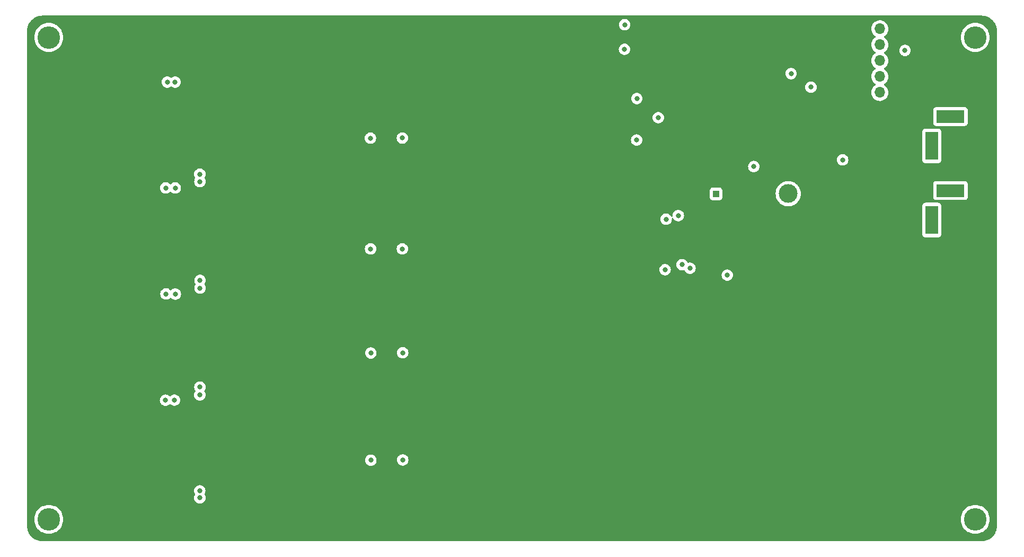
<source format=gbr>
%TF.GenerationSoftware,KiCad,Pcbnew,6.0.11*%
%TF.CreationDate,2023-02-03T09:16:34-05:00*%
%TF.ProjectId,PhasedArrayReceiver,50686173-6564-4417-9272-617952656365,rev?*%
%TF.SameCoordinates,Original*%
%TF.FileFunction,Copper,L2,Inr*%
%TF.FilePolarity,Positive*%
%FSLAX46Y46*%
G04 Gerber Fmt 4.6, Leading zero omitted, Abs format (unit mm)*
G04 Created by KiCad (PCBNEW 6.0.11) date 2023-02-03 09:16:34*
%MOMM*%
%LPD*%
G01*
G04 APERTURE LIST*
%TA.AperFunction,ComponentPad*%
%ADD10R,2.000000X4.500000*%
%TD*%
%TA.AperFunction,ComponentPad*%
%ADD11R,4.500000X2.000000*%
%TD*%
%TA.AperFunction,ComponentPad*%
%ADD12C,3.600000*%
%TD*%
%TA.AperFunction,ComponentPad*%
%ADD13C,1.400000*%
%TD*%
%TA.AperFunction,ComponentPad*%
%ADD14C,0.508000*%
%TD*%
%TA.AperFunction,HeatsinkPad*%
%ADD15C,0.381000*%
%TD*%
%TA.AperFunction,ComponentPad*%
%ADD16R,1.000000X1.000000*%
%TD*%
%TA.AperFunction,ComponentPad*%
%ADD17R,1.700000X1.700000*%
%TD*%
%TA.AperFunction,ComponentPad*%
%ADD18O,1.700000X1.700000*%
%TD*%
%TA.AperFunction,ViaPad*%
%ADD19C,0.800000*%
%TD*%
%TA.AperFunction,ViaPad*%
%ADD20C,3.000000*%
%TD*%
G04 APERTURE END LIST*
D10*
%TO.N,/+12V*%
%TO.C,J7*%
X217050000Y-80170000D03*
%TO.N,/GND*%
X223050000Y-80170000D03*
D11*
%TO.N,N/C*%
X220050000Y-75470000D03*
%TD*%
D10*
%TO.N,/+5V*%
%TO.C,J6*%
X217050000Y-68330000D03*
%TO.N,/GND*%
X223050000Y-68330000D03*
D11*
%TO.N,N/C*%
X220050000Y-63630000D03*
%TD*%
D12*
%TO.N,N/C*%
%TO.C,REF\u002A\u002A*%
X76000000Y-128000000D03*
%TD*%
%TO.N,N/C*%
%TO.C,REF\u002A\u002A*%
X224000000Y-128000000D03*
%TD*%
%TO.N,N/C*%
%TO.C,REF\u002A\u002A*%
X224000000Y-51000000D03*
%TD*%
%TO.N,N/C*%
%TO.C,REF\u002A\u002A*%
X76000000Y-51000000D03*
%TD*%
D13*
%TO.N,/GND*%
%TO.C,J8*%
X223205000Y-90685000D03*
X225497000Y-90685000D03*
X223205000Y-93555000D03*
X225497000Y-93555000D03*
%TD*%
%TO.N,/GND*%
%TO.C,J4*%
X77015000Y-120815000D03*
X74723000Y-120815000D03*
X77015000Y-117945000D03*
X74723000Y-117945000D03*
%TD*%
%TO.N,/GND*%
%TO.C,J3*%
X77015000Y-103881666D03*
X74723000Y-103881666D03*
X77015000Y-101011666D03*
X74723000Y-101011666D03*
%TD*%
%TO.N,/GND*%
%TO.C,J2*%
X77015000Y-86948333D03*
X74723000Y-86948333D03*
X77015000Y-84078333D03*
X74723000Y-84078333D03*
%TD*%
%TO.N,/GND*%
%TO.C,J1*%
X77015000Y-70015000D03*
X74723000Y-70015000D03*
X77015000Y-67145000D03*
X74723000Y-67145000D03*
%TD*%
D14*
%TO.N,/GND*%
%TO.C,U9*%
X161850000Y-92210000D03*
X163950000Y-89670000D03*
X157330000Y-76970000D03*
X161850000Y-82050000D03*
X161850000Y-89670000D03*
X161850000Y-87090000D03*
X154850000Y-89670000D03*
X166050000Y-76970000D03*
X154850000Y-79510000D03*
X157330000Y-89670000D03*
X166050000Y-84590000D03*
X157330000Y-92210000D03*
X166050000Y-92210000D03*
X161850000Y-79510000D03*
X152950000Y-79530000D03*
X161850000Y-84590000D03*
X163950000Y-79510000D03*
X166050000Y-79510000D03*
X166050000Y-89670000D03*
X163950000Y-84590000D03*
X157330000Y-82050000D03*
X161850000Y-76970000D03*
X152950000Y-84590000D03*
X157330000Y-79510000D03*
X157330000Y-84590000D03*
X149550000Y-84590000D03*
X157330000Y-87090000D03*
X166050000Y-82050000D03*
X152950000Y-89690000D03*
X151150000Y-89690000D03*
X151150000Y-79530000D03*
X151150000Y-84590000D03*
X154850000Y-84590000D03*
%TD*%
%TO.N,/GND*%
%TO.C,U13*%
X135020000Y-108923000D03*
X129940000Y-110066000D03*
X119780000Y-108923000D03*
X135020000Y-113497000D03*
X132480000Y-110066000D03*
X135020000Y-110066000D03*
X132480000Y-108923000D03*
X122320000Y-112354000D03*
X129940000Y-108923000D03*
X124860000Y-112354000D03*
X127400000Y-110066000D03*
X119780000Y-112354000D03*
X127400000Y-113497000D03*
X132480000Y-112354000D03*
X124860000Y-113497000D03*
X129940000Y-113497000D03*
X129940000Y-112354000D03*
X127400000Y-112354000D03*
X122320000Y-113497000D03*
X122320000Y-110066000D03*
X122320000Y-108923000D03*
X132480000Y-113497000D03*
X124860000Y-110066000D03*
X119780000Y-110066000D03*
X127400000Y-108923000D03*
X124860000Y-108923000D03*
X135020000Y-112354000D03*
X119780000Y-113497000D03*
%TD*%
%TO.N,/GND*%
%TO.C,U12*%
X135020000Y-91860500D03*
X129940000Y-93003500D03*
X119780000Y-91860500D03*
X135020000Y-96434500D03*
X132480000Y-93003500D03*
X135020000Y-93003500D03*
X132480000Y-91860500D03*
X122320000Y-95291500D03*
X129940000Y-91860500D03*
X124860000Y-95291500D03*
X127400000Y-93003500D03*
X119780000Y-95291500D03*
X127400000Y-96434500D03*
X132480000Y-95291500D03*
X124860000Y-96434500D03*
X129940000Y-96434500D03*
X129940000Y-95291500D03*
X127400000Y-95291500D03*
X122320000Y-96434500D03*
X122320000Y-93003500D03*
X122320000Y-91860500D03*
X132480000Y-96434500D03*
X124860000Y-93003500D03*
X119780000Y-93003500D03*
X127400000Y-91860500D03*
X124860000Y-91860500D03*
X135020000Y-95291500D03*
X119780000Y-96434500D03*
%TD*%
%TO.N,/GND*%
%TO.C,U11*%
X135020000Y-75023000D03*
X129940000Y-76166000D03*
X119780000Y-75023000D03*
X135020000Y-79597000D03*
X132480000Y-76166000D03*
X135020000Y-76166000D03*
X132480000Y-75023000D03*
X122320000Y-78454000D03*
X129940000Y-75023000D03*
X124860000Y-78454000D03*
X127400000Y-76166000D03*
X119780000Y-78454000D03*
X127400000Y-79597000D03*
X132480000Y-78454000D03*
X124860000Y-79597000D03*
X129940000Y-79597000D03*
X129940000Y-78454000D03*
X127400000Y-78454000D03*
X122320000Y-79597000D03*
X122320000Y-76166000D03*
X122320000Y-75023000D03*
X132480000Y-79597000D03*
X124860000Y-76166000D03*
X119780000Y-76166000D03*
X127400000Y-75023000D03*
X124860000Y-75023000D03*
X135020000Y-78454000D03*
X119780000Y-79597000D03*
%TD*%
D15*
%TO.N,/GND*%
%TO.C,U6*%
X91677400Y-121793000D03*
X91677400Y-119862600D03*
X91677400Y-118897400D03*
X92642600Y-119862600D03*
X92642600Y-121793000D03*
X92642600Y-118897400D03*
%TD*%
%TO.N,/GND*%
%TO.C,U5*%
X91677400Y-104853000D03*
X91677400Y-102922600D03*
X91677400Y-101957400D03*
X92642600Y-102922600D03*
X92642600Y-104853000D03*
X92642600Y-101957400D03*
%TD*%
%TO.N,/GND*%
%TO.C,U4*%
X92642600Y-85017400D03*
X92642600Y-87913000D03*
X92642600Y-85982600D03*
X91677400Y-85017400D03*
X91677400Y-85982600D03*
X91677400Y-87913000D03*
%TD*%
D14*
%TO.N,/GND*%
%TO.C,U2*%
X119780000Y-62657000D03*
X135020000Y-61514000D03*
X124860000Y-58083000D03*
X127400000Y-58083000D03*
X119780000Y-59226000D03*
X124860000Y-59226000D03*
X132480000Y-62657000D03*
X122320000Y-58083000D03*
X122320000Y-59226000D03*
X122320000Y-62657000D03*
X127400000Y-61514000D03*
X129940000Y-61514000D03*
X129940000Y-62657000D03*
X124860000Y-62657000D03*
X132480000Y-61514000D03*
X127400000Y-62657000D03*
X119780000Y-61514000D03*
X127400000Y-59226000D03*
X124860000Y-61514000D03*
X129940000Y-58083000D03*
X122320000Y-61514000D03*
X132480000Y-58083000D03*
X135020000Y-59226000D03*
X132480000Y-59226000D03*
X135020000Y-62657000D03*
X119780000Y-58083000D03*
X129940000Y-59226000D03*
X135020000Y-58083000D03*
%TD*%
D15*
%TO.N,/GND*%
%TO.C,U1*%
X91677400Y-71003000D03*
X91677400Y-69072600D03*
X91677400Y-68107400D03*
X92642600Y-69072600D03*
X92642600Y-71003000D03*
X92642600Y-68107400D03*
%TD*%
D16*
%TO.N,Net-(TP1-Pad1)*%
%TO.C,TP1*%
X182580000Y-75990000D03*
%TD*%
D17*
%TO.N,/GND*%
%TO.C,J5*%
X208760000Y-62340000D03*
D18*
%TO.N,/FTDI_CTS#*%
X208760000Y-59800000D03*
%TO.N,/FTDI_5V*%
X208760000Y-57260000D03*
%TO.N,/FTDI_TX*%
X208760000Y-54720000D03*
%TO.N,/FTDI_RX*%
X208760000Y-52180000D03*
%TO.N,/FTDI_RTS#*%
X208760000Y-49640000D03*
%TD*%
D19*
%TO.N,/+3.3V*%
X184390000Y-88970000D03*
X212780000Y-53080000D03*
X169910000Y-67390000D03*
%TO.N,/GND*%
X166330000Y-65580000D03*
X166310000Y-62570000D03*
%TO.N,/+3.3V*%
X169950000Y-60770000D03*
X173370000Y-63820000D03*
%TO.N,/GND*%
X208340000Y-70600000D03*
D20*
%TO.N,/+3.3V*%
X194130000Y-75970000D03*
D19*
X202820000Y-70570000D03*
%TO.N,/GND*%
X202820000Y-72850000D03*
X192440000Y-62910000D03*
X197760000Y-61140000D03*
%TO.N,/+3.3V*%
X197750000Y-58950000D03*
%TO.N,/FTDI_RTS#*%
X194590000Y-56780000D03*
%TO.N,/IO4*%
X188630000Y-71630000D03*
X174620000Y-80040000D03*
%TO.N,/+3.3V*%
X167970000Y-52900000D03*
X168000000Y-48980000D03*
%TO.N,/GND*%
X173490000Y-84366041D03*
X187770000Y-86930000D03*
X187770000Y-84600000D03*
X187790000Y-79880000D03*
X187820000Y-82170000D03*
%TO.N,/BIAS4*%
X178440000Y-87880000D03*
%TO.N,/BIAS3*%
X177160000Y-87300000D03*
%TO.N,/BIAS2*%
X174450000Y-88110000D03*
%TO.N,/BIAS1*%
X176570000Y-79470000D03*
%TO.N,/BIAS4*%
X132550000Y-118500000D03*
X127450000Y-118540000D03*
%TO.N,/BIAS3*%
X132550000Y-101390000D03*
X127450000Y-101420000D03*
%TO.N,/BIAS2*%
X132480000Y-84790000D03*
X127410000Y-84790000D03*
%TO.N,/BIAS1*%
X132480000Y-67080000D03*
X127390000Y-67090000D03*
%TO.N,/GND*%
X129960000Y-118630000D03*
X124870000Y-118490000D03*
X122320000Y-118450000D03*
X134965000Y-103170000D03*
X132434165Y-103170000D03*
X129890000Y-101280000D03*
X127372499Y-103170000D03*
X124841666Y-103170000D03*
X122310833Y-103170000D03*
X119780000Y-103170000D03*
X122320000Y-101280000D03*
X124890000Y-101380000D03*
X129890000Y-103170000D03*
X132445000Y-87420000D03*
X129920000Y-87420000D03*
X127395000Y-87370000D03*
X124870000Y-87415000D03*
X122345000Y-87340000D03*
X134970000Y-87470000D03*
X119820000Y-87340000D03*
X129950000Y-85955000D03*
X124860000Y-85865000D03*
X122335000Y-85865000D03*
X127404998Y-68650000D03*
X132438330Y-68650000D03*
X122371666Y-68690000D03*
X124888332Y-68650000D03*
X129921664Y-68650000D03*
X119855000Y-68660000D03*
X134955000Y-68670000D03*
X129940000Y-67780000D03*
X124870000Y-67745000D03*
X122345000Y-67745000D03*
X134960000Y-52870000D03*
X132443330Y-52870000D03*
X129926664Y-52870000D03*
X127409998Y-52870000D03*
X124893332Y-52870000D03*
X122376666Y-52910000D03*
X119860000Y-52860000D03*
%TO.N,/+3.3V*%
X100160000Y-91060000D03*
X100160000Y-89810000D03*
X100130000Y-124560000D03*
X100120000Y-123430000D03*
X100130000Y-108120000D03*
X100150000Y-106860000D03*
X100140000Y-74040000D03*
X100130000Y-72850000D03*
X96080000Y-108950000D03*
X94650000Y-108960000D03*
%TO.N,/GND*%
X84550000Y-108920000D03*
X85860000Y-108930000D03*
%TO.N,/+3.3V*%
X96220000Y-92000000D03*
X94730000Y-91990000D03*
%TO.N,/GND*%
X84290000Y-92030000D03*
X85630000Y-92020000D03*
%TO.N,/+3.3V*%
X96210000Y-75060000D03*
X94680000Y-75060000D03*
%TO.N,/GND*%
X84600000Y-75090000D03*
X85810000Y-75060000D03*
%TO.N,/+3.3V*%
X96190000Y-58140000D03*
X94940000Y-58140000D03*
%TO.N,/GND*%
X84200000Y-58140000D03*
X85490000Y-58140000D03*
%TD*%
%TA.AperFunction,Conductor*%
%TO.N,/GND*%
G36*
X224970018Y-47510000D02*
G01*
X224984851Y-47512310D01*
X224984855Y-47512310D01*
X224993724Y-47513691D01*
X225010923Y-47511442D01*
X225034863Y-47510609D01*
X225292710Y-47526206D01*
X225307814Y-47528040D01*
X225379786Y-47541229D01*
X225588760Y-47579525D01*
X225603526Y-47583164D01*
X225876231Y-47668142D01*
X225890445Y-47673534D01*
X226108223Y-47771547D01*
X226150906Y-47790757D01*
X226164379Y-47797828D01*
X226408813Y-47945595D01*
X226421334Y-47954238D01*
X226646171Y-48130385D01*
X226657560Y-48140475D01*
X226859525Y-48342440D01*
X226869614Y-48353828D01*
X226894621Y-48385747D01*
X227045762Y-48578666D01*
X227054405Y-48591187D01*
X227124018Y-48706339D01*
X227183333Y-48804457D01*
X227202172Y-48835621D01*
X227209242Y-48849092D01*
X227326466Y-49109555D01*
X227331858Y-49123769D01*
X227355831Y-49200702D01*
X227416836Y-49396473D01*
X227420475Y-49411240D01*
X227439846Y-49516944D01*
X227471960Y-49692186D01*
X227473794Y-49707290D01*
X227488953Y-49957904D01*
X227487692Y-49984716D01*
X227487690Y-49984852D01*
X227486309Y-49993724D01*
X227487473Y-50002626D01*
X227487473Y-50002628D01*
X227490436Y-50025283D01*
X227491500Y-50041621D01*
X227491500Y-128950633D01*
X227490000Y-128970018D01*
X227487690Y-128984851D01*
X227487690Y-128984855D01*
X227486309Y-128993724D01*
X227488558Y-129010919D01*
X227489391Y-129034863D01*
X227473794Y-129292710D01*
X227471960Y-129307814D01*
X227420477Y-129588754D01*
X227416836Y-129603526D01*
X227344586Y-129835386D01*
X227331859Y-129876227D01*
X227326466Y-129890445D01*
X227216164Y-130135528D01*
X227209243Y-130150906D01*
X227202172Y-130164379D01*
X227054405Y-130408813D01*
X227045762Y-130421334D01*
X226869615Y-130646171D01*
X226859525Y-130657560D01*
X226657560Y-130859525D01*
X226646171Y-130869615D01*
X226421334Y-131045762D01*
X226408813Y-131054405D01*
X226164379Y-131202172D01*
X226150908Y-131209242D01*
X225890445Y-131326466D01*
X225876231Y-131331858D01*
X225603527Y-131416836D01*
X225588760Y-131420475D01*
X225379786Y-131458771D01*
X225307814Y-131471960D01*
X225292710Y-131473794D01*
X225042096Y-131488953D01*
X225015284Y-131487692D01*
X225015148Y-131487690D01*
X225006276Y-131486309D01*
X224997374Y-131487473D01*
X224997372Y-131487473D01*
X224982707Y-131489391D01*
X224974714Y-131490436D01*
X224958379Y-131491500D01*
X75049367Y-131491500D01*
X75029982Y-131490000D01*
X75015149Y-131487690D01*
X75015145Y-131487690D01*
X75006276Y-131486309D01*
X74989077Y-131488558D01*
X74965137Y-131489391D01*
X74707290Y-131473794D01*
X74692186Y-131471960D01*
X74620214Y-131458771D01*
X74411240Y-131420475D01*
X74396473Y-131416836D01*
X74123769Y-131331858D01*
X74109555Y-131326466D01*
X73849092Y-131209242D01*
X73835621Y-131202172D01*
X73591187Y-131054405D01*
X73578666Y-131045762D01*
X73353829Y-130869615D01*
X73342440Y-130859525D01*
X73140475Y-130657560D01*
X73130385Y-130646171D01*
X72954238Y-130421334D01*
X72945595Y-130408813D01*
X72797828Y-130164379D01*
X72790757Y-130150906D01*
X72783836Y-130135528D01*
X72673534Y-129890445D01*
X72668141Y-129876227D01*
X72655415Y-129835386D01*
X72583164Y-129603526D01*
X72579523Y-129588754D01*
X72528040Y-129307814D01*
X72526206Y-129292710D01*
X72511269Y-129045768D01*
X72512520Y-129022216D01*
X72512334Y-129022199D01*
X72512769Y-129017350D01*
X72513576Y-129012552D01*
X72513729Y-129000000D01*
X72509773Y-128972376D01*
X72508500Y-128954514D01*
X72508500Y-128000000D01*
X73686547Y-128000000D01*
X73706339Y-128301966D01*
X73765376Y-128598766D01*
X73862648Y-128885320D01*
X73996491Y-129156726D01*
X74164614Y-129408341D01*
X74167328Y-129411435D01*
X74167332Y-129411441D01*
X74322833Y-129588754D01*
X74364142Y-129635858D01*
X74367231Y-129638567D01*
X74588559Y-129832668D01*
X74588565Y-129832672D01*
X74591659Y-129835386D01*
X74595085Y-129837675D01*
X74595090Y-129837679D01*
X74674074Y-129890454D01*
X74843273Y-130003509D01*
X74846972Y-130005333D01*
X74846977Y-130005336D01*
X74986308Y-130074046D01*
X75114680Y-130137352D01*
X75118585Y-130138677D01*
X75118586Y-130138678D01*
X75397327Y-130233298D01*
X75397330Y-130233299D01*
X75401234Y-130234624D01*
X75405273Y-130235427D01*
X75405279Y-130235429D01*
X75693991Y-130292857D01*
X75693994Y-130292857D01*
X75698034Y-130293661D01*
X75702145Y-130293930D01*
X75702149Y-130293931D01*
X75995881Y-130313183D01*
X76000000Y-130313453D01*
X76004119Y-130313183D01*
X76297851Y-130293931D01*
X76297855Y-130293930D01*
X76301966Y-130293661D01*
X76306006Y-130292857D01*
X76306009Y-130292857D01*
X76594721Y-130235429D01*
X76594727Y-130235427D01*
X76598766Y-130234624D01*
X76602670Y-130233299D01*
X76602673Y-130233298D01*
X76881414Y-130138678D01*
X76881415Y-130138677D01*
X76885320Y-130137352D01*
X77013692Y-130074046D01*
X77153023Y-130005336D01*
X77153028Y-130005333D01*
X77156727Y-130003509D01*
X77325926Y-129890454D01*
X77404910Y-129837679D01*
X77404915Y-129837675D01*
X77408341Y-129835386D01*
X77411435Y-129832672D01*
X77411441Y-129832668D01*
X77632769Y-129638567D01*
X77635858Y-129635858D01*
X77677167Y-129588754D01*
X77832668Y-129411441D01*
X77832672Y-129411435D01*
X77835386Y-129408341D01*
X78003509Y-129156726D01*
X78137352Y-128885320D01*
X78234624Y-128598766D01*
X78293661Y-128301966D01*
X78313453Y-128000000D01*
X221686547Y-128000000D01*
X221706339Y-128301966D01*
X221765376Y-128598766D01*
X221862648Y-128885320D01*
X221996491Y-129156726D01*
X222164614Y-129408341D01*
X222167328Y-129411435D01*
X222167332Y-129411441D01*
X222322833Y-129588754D01*
X222364142Y-129635858D01*
X222367231Y-129638567D01*
X222588559Y-129832668D01*
X222588565Y-129832672D01*
X222591659Y-129835386D01*
X222595085Y-129837675D01*
X222595090Y-129837679D01*
X222674074Y-129890454D01*
X222843273Y-130003509D01*
X222846972Y-130005333D01*
X222846977Y-130005336D01*
X222986308Y-130074046D01*
X223114680Y-130137352D01*
X223118585Y-130138677D01*
X223118586Y-130138678D01*
X223397327Y-130233298D01*
X223397330Y-130233299D01*
X223401234Y-130234624D01*
X223405273Y-130235427D01*
X223405279Y-130235429D01*
X223693991Y-130292857D01*
X223693994Y-130292857D01*
X223698034Y-130293661D01*
X223702145Y-130293930D01*
X223702149Y-130293931D01*
X223995881Y-130313183D01*
X224000000Y-130313453D01*
X224004119Y-130313183D01*
X224297851Y-130293931D01*
X224297855Y-130293930D01*
X224301966Y-130293661D01*
X224306006Y-130292857D01*
X224306009Y-130292857D01*
X224594721Y-130235429D01*
X224594727Y-130235427D01*
X224598766Y-130234624D01*
X224602670Y-130233299D01*
X224602673Y-130233298D01*
X224881414Y-130138678D01*
X224881415Y-130138677D01*
X224885320Y-130137352D01*
X225013692Y-130074046D01*
X225153023Y-130005336D01*
X225153028Y-130005333D01*
X225156727Y-130003509D01*
X225325926Y-129890454D01*
X225404910Y-129837679D01*
X225404915Y-129837675D01*
X225408341Y-129835386D01*
X225411435Y-129832672D01*
X225411441Y-129832668D01*
X225632769Y-129638567D01*
X225635858Y-129635858D01*
X225677167Y-129588754D01*
X225832668Y-129411441D01*
X225832672Y-129411435D01*
X225835386Y-129408341D01*
X226003509Y-129156726D01*
X226137352Y-128885320D01*
X226234624Y-128598766D01*
X226293661Y-128301966D01*
X226313453Y-128000000D01*
X226293661Y-127698034D01*
X226234624Y-127401234D01*
X226137352Y-127114680D01*
X226003509Y-126843274D01*
X225835386Y-126591659D01*
X225832672Y-126588565D01*
X225832668Y-126588559D01*
X225638567Y-126367231D01*
X225635858Y-126364142D01*
X225632769Y-126361433D01*
X225411441Y-126167332D01*
X225411435Y-126167328D01*
X225408341Y-126164614D01*
X225404911Y-126162322D01*
X225404910Y-126162321D01*
X225160160Y-125998785D01*
X225156727Y-125996491D01*
X225153028Y-125994667D01*
X225153023Y-125994664D01*
X225013692Y-125925954D01*
X224885320Y-125862648D01*
X224881414Y-125861322D01*
X224602673Y-125766702D01*
X224602670Y-125766701D01*
X224598766Y-125765376D01*
X224594727Y-125764573D01*
X224594721Y-125764571D01*
X224306009Y-125707143D01*
X224306006Y-125707143D01*
X224301966Y-125706339D01*
X224297855Y-125706070D01*
X224297851Y-125706069D01*
X224004119Y-125686817D01*
X224000000Y-125686547D01*
X223995881Y-125686817D01*
X223702149Y-125706069D01*
X223702145Y-125706070D01*
X223698034Y-125706339D01*
X223693994Y-125707143D01*
X223693991Y-125707143D01*
X223405279Y-125764571D01*
X223405273Y-125764573D01*
X223401234Y-125765376D01*
X223397330Y-125766701D01*
X223397327Y-125766702D01*
X223118586Y-125861322D01*
X223114680Y-125862648D01*
X222986442Y-125925888D01*
X222846978Y-125994664D01*
X222846973Y-125994667D01*
X222843274Y-125996491D01*
X222591659Y-126164614D01*
X222588565Y-126167328D01*
X222588559Y-126167332D01*
X222367231Y-126361433D01*
X222364142Y-126364142D01*
X222361433Y-126367231D01*
X222167332Y-126588559D01*
X222167328Y-126588565D01*
X222164614Y-126591659D01*
X221996491Y-126843274D01*
X221862648Y-127114680D01*
X221765376Y-127401234D01*
X221706339Y-127698034D01*
X221686547Y-128000000D01*
X78313453Y-128000000D01*
X78293661Y-127698034D01*
X78234624Y-127401234D01*
X78137352Y-127114680D01*
X78003509Y-126843274D01*
X77835386Y-126591659D01*
X77832672Y-126588565D01*
X77832668Y-126588559D01*
X77638567Y-126367231D01*
X77635858Y-126364142D01*
X77632769Y-126361433D01*
X77411441Y-126167332D01*
X77411435Y-126167328D01*
X77408341Y-126164614D01*
X77404911Y-126162322D01*
X77404910Y-126162321D01*
X77160160Y-125998785D01*
X77156727Y-125996491D01*
X77153028Y-125994667D01*
X77153023Y-125994664D01*
X77013692Y-125925954D01*
X76885320Y-125862648D01*
X76881414Y-125861322D01*
X76602673Y-125766702D01*
X76602670Y-125766701D01*
X76598766Y-125765376D01*
X76594727Y-125764573D01*
X76594721Y-125764571D01*
X76306009Y-125707143D01*
X76306006Y-125707143D01*
X76301966Y-125706339D01*
X76297855Y-125706070D01*
X76297851Y-125706069D01*
X76004119Y-125686817D01*
X76000000Y-125686547D01*
X75995881Y-125686817D01*
X75702149Y-125706069D01*
X75702145Y-125706070D01*
X75698034Y-125706339D01*
X75693994Y-125707143D01*
X75693991Y-125707143D01*
X75405279Y-125764571D01*
X75405273Y-125764573D01*
X75401234Y-125765376D01*
X75397330Y-125766701D01*
X75397327Y-125766702D01*
X75118586Y-125861322D01*
X75114680Y-125862648D01*
X74986442Y-125925888D01*
X74846978Y-125994664D01*
X74846973Y-125994667D01*
X74843274Y-125996491D01*
X74591659Y-126164614D01*
X74588565Y-126167328D01*
X74588559Y-126167332D01*
X74367231Y-126361433D01*
X74364142Y-126364142D01*
X74361433Y-126367231D01*
X74167332Y-126588559D01*
X74167328Y-126588565D01*
X74164614Y-126591659D01*
X73996491Y-126843274D01*
X73862648Y-127114680D01*
X73765376Y-127401234D01*
X73706339Y-127698034D01*
X73686547Y-128000000D01*
X72508500Y-128000000D01*
X72508500Y-123430000D01*
X99206496Y-123430000D01*
X99226458Y-123619928D01*
X99285473Y-123801556D01*
X99288776Y-123807278D01*
X99288777Y-123807279D01*
X99365785Y-123940660D01*
X99382523Y-124009655D01*
X99365785Y-124066660D01*
X99295473Y-124188444D01*
X99236458Y-124370072D01*
X99216496Y-124560000D01*
X99236458Y-124749928D01*
X99295473Y-124931556D01*
X99390960Y-125096944D01*
X99518747Y-125238866D01*
X99673248Y-125351118D01*
X99679276Y-125353802D01*
X99679278Y-125353803D01*
X99841681Y-125426109D01*
X99847712Y-125428794D01*
X99941113Y-125448647D01*
X100028056Y-125467128D01*
X100028061Y-125467128D01*
X100034513Y-125468500D01*
X100225487Y-125468500D01*
X100231939Y-125467128D01*
X100231944Y-125467128D01*
X100318887Y-125448647D01*
X100412288Y-125428794D01*
X100418319Y-125426109D01*
X100580722Y-125353803D01*
X100580724Y-125353802D01*
X100586752Y-125351118D01*
X100741253Y-125238866D01*
X100869040Y-125096944D01*
X100964527Y-124931556D01*
X101023542Y-124749928D01*
X101043504Y-124560000D01*
X101023542Y-124370072D01*
X100964527Y-124188444D01*
X100884215Y-124049340D01*
X100867477Y-123980345D01*
X100884215Y-123923340D01*
X100951223Y-123807279D01*
X100951224Y-123807278D01*
X100954527Y-123801556D01*
X101013542Y-123619928D01*
X101033504Y-123430000D01*
X101013542Y-123240072D01*
X100954527Y-123058444D01*
X100859040Y-122893056D01*
X100731253Y-122751134D01*
X100576752Y-122638882D01*
X100570724Y-122636198D01*
X100570722Y-122636197D01*
X100408319Y-122563891D01*
X100408318Y-122563891D01*
X100402288Y-122561206D01*
X100308887Y-122541353D01*
X100221944Y-122522872D01*
X100221939Y-122522872D01*
X100215487Y-122521500D01*
X100024513Y-122521500D01*
X100018061Y-122522872D01*
X100018056Y-122522872D01*
X99931113Y-122541353D01*
X99837712Y-122561206D01*
X99831682Y-122563891D01*
X99831681Y-122563891D01*
X99669278Y-122636197D01*
X99669276Y-122636198D01*
X99663248Y-122638882D01*
X99508747Y-122751134D01*
X99380960Y-122893056D01*
X99285473Y-123058444D01*
X99226458Y-123240072D01*
X99206496Y-123430000D01*
X72508500Y-123430000D01*
X72508500Y-118540000D01*
X126536496Y-118540000D01*
X126556458Y-118729928D01*
X126615473Y-118911556D01*
X126710960Y-119076944D01*
X126838747Y-119218866D01*
X126932851Y-119287237D01*
X126941889Y-119293803D01*
X126993248Y-119331118D01*
X126999276Y-119333802D01*
X126999278Y-119333803D01*
X127161681Y-119406109D01*
X127167712Y-119408794D01*
X127261113Y-119428647D01*
X127348056Y-119447128D01*
X127348061Y-119447128D01*
X127354513Y-119448500D01*
X127545487Y-119448500D01*
X127551939Y-119447128D01*
X127551944Y-119447128D01*
X127638887Y-119428647D01*
X127732288Y-119408794D01*
X127738319Y-119406109D01*
X127900722Y-119333803D01*
X127900724Y-119333802D01*
X127906752Y-119331118D01*
X127958112Y-119293803D01*
X127967149Y-119287237D01*
X128061253Y-119218866D01*
X128189040Y-119076944D01*
X128284527Y-118911556D01*
X128343542Y-118729928D01*
X128363504Y-118540000D01*
X128359300Y-118500000D01*
X131636496Y-118500000D01*
X131656458Y-118689928D01*
X131715473Y-118871556D01*
X131810960Y-119036944D01*
X131815378Y-119041851D01*
X131815379Y-119041852D01*
X131846976Y-119076944D01*
X131938747Y-119178866D01*
X132093248Y-119291118D01*
X132099276Y-119293802D01*
X132099278Y-119293803D01*
X132261681Y-119366109D01*
X132267712Y-119368794D01*
X132361112Y-119388647D01*
X132448056Y-119407128D01*
X132448061Y-119407128D01*
X132454513Y-119408500D01*
X132645487Y-119408500D01*
X132651939Y-119407128D01*
X132651944Y-119407128D01*
X132738888Y-119388647D01*
X132832288Y-119368794D01*
X132838319Y-119366109D01*
X133000722Y-119293803D01*
X133000724Y-119293802D01*
X133006752Y-119291118D01*
X133161253Y-119178866D01*
X133253024Y-119076944D01*
X133284621Y-119041852D01*
X133284622Y-119041851D01*
X133289040Y-119036944D01*
X133384527Y-118871556D01*
X133443542Y-118689928D01*
X133463504Y-118500000D01*
X133443542Y-118310072D01*
X133384527Y-118128444D01*
X133289040Y-117963056D01*
X133161253Y-117821134D01*
X133061807Y-117748882D01*
X133012094Y-117712763D01*
X133012093Y-117712762D01*
X133006752Y-117708882D01*
X133000724Y-117706198D01*
X133000722Y-117706197D01*
X132838319Y-117633891D01*
X132838318Y-117633891D01*
X132832288Y-117631206D01*
X132738887Y-117611353D01*
X132651944Y-117592872D01*
X132651939Y-117592872D01*
X132645487Y-117591500D01*
X132454513Y-117591500D01*
X132448061Y-117592872D01*
X132448056Y-117592872D01*
X132361113Y-117611353D01*
X132267712Y-117631206D01*
X132261682Y-117633891D01*
X132261681Y-117633891D01*
X132099278Y-117706197D01*
X132099276Y-117706198D01*
X132093248Y-117708882D01*
X132087907Y-117712762D01*
X132087906Y-117712763D01*
X132038193Y-117748882D01*
X131938747Y-117821134D01*
X131810960Y-117963056D01*
X131715473Y-118128444D01*
X131656458Y-118310072D01*
X131636496Y-118500000D01*
X128359300Y-118500000D01*
X128343542Y-118350072D01*
X128284527Y-118168444D01*
X128189040Y-118003056D01*
X128158173Y-117968774D01*
X128065675Y-117866045D01*
X128065674Y-117866044D01*
X128061253Y-117861134D01*
X127906752Y-117748882D01*
X127900724Y-117746198D01*
X127900722Y-117746197D01*
X127738319Y-117673891D01*
X127738318Y-117673891D01*
X127732288Y-117671206D01*
X127638887Y-117651353D01*
X127551944Y-117632872D01*
X127551939Y-117632872D01*
X127545487Y-117631500D01*
X127354513Y-117631500D01*
X127348061Y-117632872D01*
X127348056Y-117632872D01*
X127261113Y-117651353D01*
X127167712Y-117671206D01*
X127161682Y-117673891D01*
X127161681Y-117673891D01*
X126999278Y-117746197D01*
X126999276Y-117746198D01*
X126993248Y-117748882D01*
X126838747Y-117861134D01*
X126834326Y-117866044D01*
X126834325Y-117866045D01*
X126741828Y-117968774D01*
X126710960Y-118003056D01*
X126615473Y-118168444D01*
X126556458Y-118350072D01*
X126536496Y-118540000D01*
X72508500Y-118540000D01*
X72508500Y-108960000D01*
X93736496Y-108960000D01*
X93737186Y-108966565D01*
X93743696Y-109028500D01*
X93756458Y-109149928D01*
X93815473Y-109331556D01*
X93910960Y-109496944D01*
X93915378Y-109501851D01*
X93915379Y-109501852D01*
X94025321Y-109623955D01*
X94038747Y-109638866D01*
X94137843Y-109710864D01*
X94174143Y-109737237D01*
X94193248Y-109751118D01*
X94199276Y-109753802D01*
X94199278Y-109753803D01*
X94348333Y-109820166D01*
X94367712Y-109828794D01*
X94461113Y-109848647D01*
X94548056Y-109867128D01*
X94548061Y-109867128D01*
X94554513Y-109868500D01*
X94745487Y-109868500D01*
X94751939Y-109867128D01*
X94751944Y-109867128D01*
X94838887Y-109848647D01*
X94932288Y-109828794D01*
X94951667Y-109820166D01*
X95100722Y-109753803D01*
X95100724Y-109753802D01*
X95106752Y-109751118D01*
X95125858Y-109737237D01*
X95162157Y-109710864D01*
X95261253Y-109638866D01*
X95275868Y-109622634D01*
X95336313Y-109585397D01*
X95407297Y-109586749D01*
X95459020Y-109619989D01*
X95459423Y-109619541D01*
X95462164Y-109622009D01*
X95463135Y-109622633D01*
X95468747Y-109628866D01*
X95623248Y-109741118D01*
X95629276Y-109743802D01*
X95629278Y-109743803D01*
X95645708Y-109751118D01*
X95797712Y-109818794D01*
X95891113Y-109838647D01*
X95978056Y-109857128D01*
X95978061Y-109857128D01*
X95984513Y-109858500D01*
X96175487Y-109858500D01*
X96181939Y-109857128D01*
X96181944Y-109857128D01*
X96268888Y-109838647D01*
X96362288Y-109818794D01*
X96514292Y-109751118D01*
X96530722Y-109743803D01*
X96530724Y-109743802D01*
X96536752Y-109741118D01*
X96691253Y-109628866D01*
X96695675Y-109623955D01*
X96814621Y-109491852D01*
X96814622Y-109491851D01*
X96819040Y-109486944D01*
X96905449Y-109337279D01*
X96911223Y-109327279D01*
X96911224Y-109327278D01*
X96914527Y-109321556D01*
X96973542Y-109139928D01*
X96985254Y-109028500D01*
X96992814Y-108956565D01*
X96993504Y-108950000D01*
X96989417Y-108911118D01*
X96974232Y-108766635D01*
X96974232Y-108766633D01*
X96973542Y-108760072D01*
X96914527Y-108578444D01*
X96819040Y-108413056D01*
X96705868Y-108287365D01*
X96695675Y-108276045D01*
X96695672Y-108276042D01*
X96691253Y-108271134D01*
X96592157Y-108199136D01*
X96542094Y-108162763D01*
X96542093Y-108162762D01*
X96536752Y-108158882D01*
X96530724Y-108156198D01*
X96530722Y-108156197D01*
X96449422Y-108120000D01*
X99216496Y-108120000D01*
X99217186Y-108126565D01*
X99234365Y-108290011D01*
X99236458Y-108309928D01*
X99295473Y-108491556D01*
X99390960Y-108656944D01*
X99518747Y-108798866D01*
X99673248Y-108911118D01*
X99679276Y-108913802D01*
X99679278Y-108913803D01*
X99841681Y-108986109D01*
X99847712Y-108988794D01*
X99941112Y-109008647D01*
X100028056Y-109027128D01*
X100028061Y-109027128D01*
X100034513Y-109028500D01*
X100225487Y-109028500D01*
X100231939Y-109027128D01*
X100231944Y-109027128D01*
X100318888Y-109008647D01*
X100412288Y-108988794D01*
X100418319Y-108986109D01*
X100580722Y-108913803D01*
X100580724Y-108913802D01*
X100586752Y-108911118D01*
X100741253Y-108798866D01*
X100869040Y-108656944D01*
X100964527Y-108491556D01*
X101023542Y-108309928D01*
X101025636Y-108290011D01*
X101042814Y-108126565D01*
X101043504Y-108120000D01*
X101036449Y-108052872D01*
X101024232Y-107936635D01*
X101024232Y-107936633D01*
X101023542Y-107930072D01*
X100964527Y-107748444D01*
X100869040Y-107583056D01*
X100864617Y-107578143D01*
X100862640Y-107575423D01*
X100838780Y-107508556D01*
X100854858Y-107439404D01*
X100870938Y-107417048D01*
X100884621Y-107401852D01*
X100884622Y-107401851D01*
X100889040Y-107396944D01*
X100984527Y-107231556D01*
X101043542Y-107049928D01*
X101063504Y-106860000D01*
X101043542Y-106670072D01*
X100984527Y-106488444D01*
X100889040Y-106323056D01*
X100761253Y-106181134D01*
X100606752Y-106068882D01*
X100600724Y-106066198D01*
X100600722Y-106066197D01*
X100438319Y-105993891D01*
X100438318Y-105993891D01*
X100432288Y-105991206D01*
X100338887Y-105971353D01*
X100251944Y-105952872D01*
X100251939Y-105952872D01*
X100245487Y-105951500D01*
X100054513Y-105951500D01*
X100048061Y-105952872D01*
X100048056Y-105952872D01*
X99961113Y-105971353D01*
X99867712Y-105991206D01*
X99861682Y-105993891D01*
X99861681Y-105993891D01*
X99699278Y-106066197D01*
X99699276Y-106066198D01*
X99693248Y-106068882D01*
X99538747Y-106181134D01*
X99410960Y-106323056D01*
X99315473Y-106488444D01*
X99256458Y-106670072D01*
X99236496Y-106860000D01*
X99256458Y-107049928D01*
X99315473Y-107231556D01*
X99410960Y-107396944D01*
X99415383Y-107401857D01*
X99417360Y-107404577D01*
X99441220Y-107471444D01*
X99425142Y-107540596D01*
X99409063Y-107562951D01*
X99390960Y-107583056D01*
X99295473Y-107748444D01*
X99236458Y-107930072D01*
X99235768Y-107936633D01*
X99235768Y-107936635D01*
X99223551Y-108052872D01*
X99216496Y-108120000D01*
X96449422Y-108120000D01*
X96368319Y-108083891D01*
X96368318Y-108083891D01*
X96362288Y-108081206D01*
X96268888Y-108061353D01*
X96181944Y-108042872D01*
X96181939Y-108042872D01*
X96175487Y-108041500D01*
X95984513Y-108041500D01*
X95978061Y-108042872D01*
X95978056Y-108042872D01*
X95891112Y-108061353D01*
X95797712Y-108081206D01*
X95791682Y-108083891D01*
X95791681Y-108083891D01*
X95629278Y-108156197D01*
X95629276Y-108156198D01*
X95623248Y-108158882D01*
X95617907Y-108162762D01*
X95617906Y-108162763D01*
X95567843Y-108199136D01*
X95468747Y-108271134D01*
X95454133Y-108287365D01*
X95393687Y-108324603D01*
X95322703Y-108323251D01*
X95270980Y-108290011D01*
X95270577Y-108290459D01*
X95267836Y-108287991D01*
X95266865Y-108287367D01*
X95265673Y-108286043D01*
X95261253Y-108281134D01*
X95106752Y-108168882D01*
X95100724Y-108166198D01*
X95100722Y-108166197D01*
X94938319Y-108093891D01*
X94938318Y-108093891D01*
X94932288Y-108091206D01*
X94838888Y-108071353D01*
X94751944Y-108052872D01*
X94751939Y-108052872D01*
X94745487Y-108051500D01*
X94554513Y-108051500D01*
X94548061Y-108052872D01*
X94548056Y-108052872D01*
X94461112Y-108071353D01*
X94367712Y-108091206D01*
X94361682Y-108093891D01*
X94361681Y-108093891D01*
X94199278Y-108166197D01*
X94199276Y-108166198D01*
X94193248Y-108168882D01*
X94038747Y-108281134D01*
X94034327Y-108286043D01*
X94034325Y-108286045D01*
X94033137Y-108287365D01*
X93910960Y-108423056D01*
X93868107Y-108497279D01*
X93821247Y-108578444D01*
X93815473Y-108588444D01*
X93756458Y-108770072D01*
X93755768Y-108776633D01*
X93755768Y-108776635D01*
X93741634Y-108911118D01*
X93736496Y-108960000D01*
X72508500Y-108960000D01*
X72508500Y-101420000D01*
X126536496Y-101420000D01*
X126556458Y-101609928D01*
X126615473Y-101791556D01*
X126710960Y-101956944D01*
X126838747Y-102098866D01*
X126993248Y-102211118D01*
X126999276Y-102213802D01*
X126999278Y-102213803D01*
X127103412Y-102260166D01*
X127167712Y-102288794D01*
X127261112Y-102308647D01*
X127348056Y-102327128D01*
X127348061Y-102327128D01*
X127354513Y-102328500D01*
X127545487Y-102328500D01*
X127551939Y-102327128D01*
X127551944Y-102327128D01*
X127638888Y-102308647D01*
X127732288Y-102288794D01*
X127796588Y-102260166D01*
X127900722Y-102213803D01*
X127900724Y-102213802D01*
X127906752Y-102211118D01*
X128061253Y-102098866D01*
X128189040Y-101956944D01*
X128284527Y-101791556D01*
X128343542Y-101609928D01*
X128363504Y-101420000D01*
X128360351Y-101390000D01*
X131636496Y-101390000D01*
X131656458Y-101579928D01*
X131715473Y-101761556D01*
X131718776Y-101767278D01*
X131718777Y-101767279D01*
X131736098Y-101797279D01*
X131810960Y-101926944D01*
X131815378Y-101931851D01*
X131815379Y-101931852D01*
X131837972Y-101956944D01*
X131938747Y-102068866D01*
X132093248Y-102181118D01*
X132099276Y-102183802D01*
X132099278Y-102183803D01*
X132160629Y-102211118D01*
X132267712Y-102258794D01*
X132361112Y-102278647D01*
X132448056Y-102297128D01*
X132448061Y-102297128D01*
X132454513Y-102298500D01*
X132645487Y-102298500D01*
X132651939Y-102297128D01*
X132651944Y-102297128D01*
X132738888Y-102278647D01*
X132832288Y-102258794D01*
X132939371Y-102211118D01*
X133000722Y-102183803D01*
X133000724Y-102183802D01*
X133006752Y-102181118D01*
X133161253Y-102068866D01*
X133262028Y-101956944D01*
X133284621Y-101931852D01*
X133284622Y-101931851D01*
X133289040Y-101926944D01*
X133363902Y-101797279D01*
X133381223Y-101767279D01*
X133381224Y-101767278D01*
X133384527Y-101761556D01*
X133443542Y-101579928D01*
X133463504Y-101390000D01*
X133443542Y-101200072D01*
X133384527Y-101018444D01*
X133289040Y-100853056D01*
X133161253Y-100711134D01*
X133006752Y-100598882D01*
X133000724Y-100596198D01*
X133000722Y-100596197D01*
X132838319Y-100523891D01*
X132838318Y-100523891D01*
X132832288Y-100521206D01*
X132738887Y-100501353D01*
X132651944Y-100482872D01*
X132651939Y-100482872D01*
X132645487Y-100481500D01*
X132454513Y-100481500D01*
X132448061Y-100482872D01*
X132448056Y-100482872D01*
X132361113Y-100501353D01*
X132267712Y-100521206D01*
X132261682Y-100523891D01*
X132261681Y-100523891D01*
X132099278Y-100596197D01*
X132099276Y-100596198D01*
X132093248Y-100598882D01*
X131938747Y-100711134D01*
X131810960Y-100853056D01*
X131715473Y-101018444D01*
X131656458Y-101200072D01*
X131636496Y-101390000D01*
X128360351Y-101390000D01*
X128343542Y-101230072D01*
X128284527Y-101048444D01*
X128267207Y-101018444D01*
X128192341Y-100888774D01*
X128189040Y-100883056D01*
X128167177Y-100858774D01*
X128065675Y-100746045D01*
X128065674Y-100746044D01*
X128061253Y-100741134D01*
X127906752Y-100628882D01*
X127900724Y-100626198D01*
X127900722Y-100626197D01*
X127738319Y-100553891D01*
X127738318Y-100553891D01*
X127732288Y-100551206D01*
X127638888Y-100531353D01*
X127551944Y-100512872D01*
X127551939Y-100512872D01*
X127545487Y-100511500D01*
X127354513Y-100511500D01*
X127348061Y-100512872D01*
X127348056Y-100512872D01*
X127261113Y-100531353D01*
X127167712Y-100551206D01*
X127161682Y-100553891D01*
X127161681Y-100553891D01*
X126999278Y-100626197D01*
X126999276Y-100626198D01*
X126993248Y-100628882D01*
X126838747Y-100741134D01*
X126834326Y-100746044D01*
X126834325Y-100746045D01*
X126732824Y-100858774D01*
X126710960Y-100883056D01*
X126707659Y-100888774D01*
X126632794Y-101018444D01*
X126615473Y-101048444D01*
X126556458Y-101230072D01*
X126536496Y-101420000D01*
X72508500Y-101420000D01*
X72508500Y-91990000D01*
X93816496Y-91990000D01*
X93836458Y-92179928D01*
X93895473Y-92361556D01*
X93898776Y-92367278D01*
X93898777Y-92367279D01*
X93904551Y-92377279D01*
X93990960Y-92526944D01*
X94118747Y-92668866D01*
X94273248Y-92781118D01*
X94279276Y-92783802D01*
X94279278Y-92783803D01*
X94295708Y-92791118D01*
X94447712Y-92858794D01*
X94541112Y-92878647D01*
X94628056Y-92897128D01*
X94628061Y-92897128D01*
X94634513Y-92898500D01*
X94825487Y-92898500D01*
X94831939Y-92897128D01*
X94831944Y-92897128D01*
X94918888Y-92878647D01*
X95012288Y-92858794D01*
X95164292Y-92791118D01*
X95180722Y-92783803D01*
X95180724Y-92783802D01*
X95186752Y-92781118D01*
X95341253Y-92668866D01*
X95376862Y-92629318D01*
X95437308Y-92592078D01*
X95508291Y-92593430D01*
X95564134Y-92629318D01*
X95608747Y-92678866D01*
X95707843Y-92750864D01*
X95744143Y-92777237D01*
X95763248Y-92791118D01*
X95769276Y-92793802D01*
X95769278Y-92793803D01*
X95918333Y-92860166D01*
X95937712Y-92868794D01*
X96031112Y-92888647D01*
X96118056Y-92907128D01*
X96118061Y-92907128D01*
X96124513Y-92908500D01*
X96315487Y-92908500D01*
X96321939Y-92907128D01*
X96321944Y-92907128D01*
X96408888Y-92888647D01*
X96502288Y-92868794D01*
X96521667Y-92860166D01*
X96670722Y-92793803D01*
X96670724Y-92793802D01*
X96676752Y-92791118D01*
X96695858Y-92777237D01*
X96732157Y-92750864D01*
X96831253Y-92678866D01*
X96959040Y-92536944D01*
X97054527Y-92371556D01*
X97113542Y-92189928D01*
X97133504Y-92000000D01*
X97113542Y-91810072D01*
X97054527Y-91628444D01*
X97048754Y-91618444D01*
X96962341Y-91468774D01*
X96959040Y-91463056D01*
X96831253Y-91321134D01*
X96676752Y-91208882D01*
X96670724Y-91206198D01*
X96670722Y-91206197D01*
X96508319Y-91133891D01*
X96508318Y-91133891D01*
X96502288Y-91131206D01*
X96408888Y-91111353D01*
X96321944Y-91092872D01*
X96321939Y-91092872D01*
X96315487Y-91091500D01*
X96124513Y-91091500D01*
X96118061Y-91092872D01*
X96118056Y-91092872D01*
X96031112Y-91111353D01*
X95937712Y-91131206D01*
X95931682Y-91133891D01*
X95931681Y-91133891D01*
X95769278Y-91206197D01*
X95769276Y-91206198D01*
X95763248Y-91208882D01*
X95608747Y-91321134D01*
X95604326Y-91326044D01*
X95604325Y-91326045D01*
X95573138Y-91360682D01*
X95512692Y-91397922D01*
X95441709Y-91396570D01*
X95385866Y-91360682D01*
X95345675Y-91316045D01*
X95345674Y-91316044D01*
X95341253Y-91311134D01*
X95242157Y-91239136D01*
X95192094Y-91202763D01*
X95192093Y-91202762D01*
X95186752Y-91198882D01*
X95180724Y-91196198D01*
X95180722Y-91196197D01*
X95018319Y-91123891D01*
X95018318Y-91123891D01*
X95012288Y-91121206D01*
X94918887Y-91101353D01*
X94831944Y-91082872D01*
X94831939Y-91082872D01*
X94825487Y-91081500D01*
X94634513Y-91081500D01*
X94628061Y-91082872D01*
X94628056Y-91082872D01*
X94541113Y-91101353D01*
X94447712Y-91121206D01*
X94441682Y-91123891D01*
X94441681Y-91123891D01*
X94279278Y-91196197D01*
X94279276Y-91196198D01*
X94273248Y-91198882D01*
X94267907Y-91202762D01*
X94267906Y-91202763D01*
X94217843Y-91239136D01*
X94118747Y-91311134D01*
X94114326Y-91316044D01*
X94114325Y-91316045D01*
X94005166Y-91437279D01*
X93990960Y-91453056D01*
X93895473Y-91618444D01*
X93836458Y-91800072D01*
X93816496Y-91990000D01*
X72508500Y-91990000D01*
X72508500Y-91060000D01*
X99246496Y-91060000D01*
X99266458Y-91249928D01*
X99325473Y-91431556D01*
X99328776Y-91437278D01*
X99328777Y-91437279D01*
X99346733Y-91468379D01*
X99420960Y-91596944D01*
X99425378Y-91601851D01*
X99425379Y-91601852D01*
X99444170Y-91622721D01*
X99548747Y-91738866D01*
X99703248Y-91851118D01*
X99709276Y-91853802D01*
X99709278Y-91853803D01*
X99871681Y-91926109D01*
X99877712Y-91928794D01*
X99971112Y-91948647D01*
X100058056Y-91967128D01*
X100058061Y-91967128D01*
X100064513Y-91968500D01*
X100255487Y-91968500D01*
X100261939Y-91967128D01*
X100261944Y-91967128D01*
X100348888Y-91948647D01*
X100442288Y-91928794D01*
X100448319Y-91926109D01*
X100610722Y-91853803D01*
X100610724Y-91853802D01*
X100616752Y-91851118D01*
X100771253Y-91738866D01*
X100875830Y-91622721D01*
X100894621Y-91601852D01*
X100894622Y-91601851D01*
X100899040Y-91596944D01*
X100973267Y-91468379D01*
X100991223Y-91437279D01*
X100991224Y-91437278D01*
X100994527Y-91431556D01*
X101053542Y-91249928D01*
X101073504Y-91060000D01*
X101053542Y-90870072D01*
X100994527Y-90688444D01*
X100899040Y-90523056D01*
X100894620Y-90518148D01*
X100890741Y-90512808D01*
X100892080Y-90511835D01*
X100864950Y-90455304D01*
X100873713Y-90384851D01*
X100891250Y-90357562D01*
X100890741Y-90357192D01*
X100894620Y-90351852D01*
X100899040Y-90346944D01*
X100994527Y-90181556D01*
X101053542Y-89999928D01*
X101066305Y-89878500D01*
X101072814Y-89816565D01*
X101073504Y-89810000D01*
X101068366Y-89761118D01*
X101054232Y-89626635D01*
X101054232Y-89626633D01*
X101053542Y-89620072D01*
X100994527Y-89438444D01*
X100899040Y-89273056D01*
X100771253Y-89131134D01*
X100616752Y-89018882D01*
X100610724Y-89016198D01*
X100610722Y-89016197D01*
X100448319Y-88943891D01*
X100448318Y-88943891D01*
X100442288Y-88941206D01*
X100348888Y-88921353D01*
X100261944Y-88902872D01*
X100261939Y-88902872D01*
X100255487Y-88901500D01*
X100064513Y-88901500D01*
X100058061Y-88902872D01*
X100058056Y-88902872D01*
X99971112Y-88921353D01*
X99877712Y-88941206D01*
X99871682Y-88943891D01*
X99871681Y-88943891D01*
X99709278Y-89016197D01*
X99709276Y-89016198D01*
X99703248Y-89018882D01*
X99548747Y-89131134D01*
X99420960Y-89273056D01*
X99325473Y-89438444D01*
X99266458Y-89620072D01*
X99265768Y-89626633D01*
X99265768Y-89626635D01*
X99251634Y-89761118D01*
X99246496Y-89810000D01*
X99247186Y-89816565D01*
X99253696Y-89878500D01*
X99266458Y-89999928D01*
X99325473Y-90181556D01*
X99420960Y-90346944D01*
X99425380Y-90351852D01*
X99429259Y-90357192D01*
X99427920Y-90358165D01*
X99455050Y-90414696D01*
X99446287Y-90485149D01*
X99428750Y-90512438D01*
X99429259Y-90512808D01*
X99425380Y-90518148D01*
X99420960Y-90523056D01*
X99325473Y-90688444D01*
X99266458Y-90870072D01*
X99246496Y-91060000D01*
X72508500Y-91060000D01*
X72508500Y-88110000D01*
X173536496Y-88110000D01*
X173537186Y-88116565D01*
X173555126Y-88287251D01*
X173556458Y-88299928D01*
X173615473Y-88481556D01*
X173710960Y-88646944D01*
X173838747Y-88788866D01*
X173993248Y-88901118D01*
X173999276Y-88903802D01*
X173999278Y-88903803D01*
X174089318Y-88943891D01*
X174167712Y-88978794D01*
X174261112Y-88998647D01*
X174348056Y-89017128D01*
X174348061Y-89017128D01*
X174354513Y-89018500D01*
X174545487Y-89018500D01*
X174551939Y-89017128D01*
X174551944Y-89017128D01*
X174638888Y-88998647D01*
X174732288Y-88978794D01*
X174752040Y-88970000D01*
X183476496Y-88970000D01*
X183477186Y-88976565D01*
X183493432Y-89131134D01*
X183496458Y-89159928D01*
X183555473Y-89341556D01*
X183650960Y-89506944D01*
X183778747Y-89648866D01*
X183933248Y-89761118D01*
X183939276Y-89763802D01*
X183939278Y-89763803D01*
X184101681Y-89836109D01*
X184107712Y-89838794D01*
X184201113Y-89858647D01*
X184288056Y-89877128D01*
X184288061Y-89877128D01*
X184294513Y-89878500D01*
X184485487Y-89878500D01*
X184491939Y-89877128D01*
X184491944Y-89877128D01*
X184578887Y-89858647D01*
X184672288Y-89838794D01*
X184678319Y-89836109D01*
X184840722Y-89763803D01*
X184840724Y-89763802D01*
X184846752Y-89761118D01*
X185001253Y-89648866D01*
X185129040Y-89506944D01*
X185224527Y-89341556D01*
X185283542Y-89159928D01*
X185286569Y-89131134D01*
X185302814Y-88976565D01*
X185303504Y-88970000D01*
X185300333Y-88939834D01*
X185284232Y-88786635D01*
X185284232Y-88786633D01*
X185283542Y-88780072D01*
X185224527Y-88598444D01*
X185203919Y-88562749D01*
X185160346Y-88487279D01*
X185129040Y-88433056D01*
X185001253Y-88291134D01*
X184846752Y-88178882D01*
X184840724Y-88176198D01*
X184840722Y-88176197D01*
X184678319Y-88103891D01*
X184678318Y-88103891D01*
X184672288Y-88101206D01*
X184578888Y-88081353D01*
X184491944Y-88062872D01*
X184491939Y-88062872D01*
X184485487Y-88061500D01*
X184294513Y-88061500D01*
X184288061Y-88062872D01*
X184288056Y-88062872D01*
X184201112Y-88081353D01*
X184107712Y-88101206D01*
X184101682Y-88103891D01*
X184101681Y-88103891D01*
X183939278Y-88176197D01*
X183939276Y-88176198D01*
X183933248Y-88178882D01*
X183778747Y-88291134D01*
X183650960Y-88433056D01*
X183619654Y-88487279D01*
X183576082Y-88562749D01*
X183555473Y-88598444D01*
X183496458Y-88780072D01*
X183495768Y-88786633D01*
X183495768Y-88786635D01*
X183479667Y-88939834D01*
X183476496Y-88970000D01*
X174752040Y-88970000D01*
X174810682Y-88943891D01*
X174900722Y-88903803D01*
X174900724Y-88903802D01*
X174906752Y-88901118D01*
X175061253Y-88788866D01*
X175189040Y-88646944D01*
X175284527Y-88481556D01*
X175343542Y-88299928D01*
X175344875Y-88287251D01*
X175362814Y-88116565D01*
X175363504Y-88110000D01*
X175350130Y-87982749D01*
X175344232Y-87926635D01*
X175344232Y-87926633D01*
X175343542Y-87920072D01*
X175284527Y-87738444D01*
X175189040Y-87573056D01*
X175061253Y-87431134D01*
X174906752Y-87318882D01*
X174900724Y-87316198D01*
X174900722Y-87316197D01*
X174864343Y-87300000D01*
X176246496Y-87300000D01*
X176247186Y-87306565D01*
X176260279Y-87431134D01*
X176266458Y-87489928D01*
X176325473Y-87671556D01*
X176328776Y-87677278D01*
X176328777Y-87677279D01*
X176336163Y-87690072D01*
X176420960Y-87836944D01*
X176425378Y-87841851D01*
X176425379Y-87841852D01*
X176459728Y-87880000D01*
X176548747Y-87978866D01*
X176647843Y-88050864D01*
X176674083Y-88069928D01*
X176703248Y-88091118D01*
X176709276Y-88093802D01*
X176709278Y-88093803D01*
X176758642Y-88115781D01*
X176877712Y-88168794D01*
X176943431Y-88182763D01*
X177058056Y-88207128D01*
X177058061Y-88207128D01*
X177064513Y-88208500D01*
X177255487Y-88208500D01*
X177261939Y-88207128D01*
X177261944Y-88207128D01*
X177435833Y-88170166D01*
X177435832Y-88170166D01*
X177442288Y-88168794D01*
X177446327Y-88166996D01*
X177516486Y-88164990D01*
X177577285Y-88201651D01*
X177599541Y-88239780D01*
X177600747Y-88239243D01*
X177603431Y-88245271D01*
X177605473Y-88251556D01*
X177608776Y-88257278D01*
X177608777Y-88257279D01*
X177628323Y-88291134D01*
X177700960Y-88416944D01*
X177828747Y-88558866D01*
X177983248Y-88671118D01*
X177989276Y-88673802D01*
X177989278Y-88673803D01*
X178151681Y-88746109D01*
X178157712Y-88748794D01*
X178251113Y-88768647D01*
X178338056Y-88787128D01*
X178338061Y-88787128D01*
X178344513Y-88788500D01*
X178535487Y-88788500D01*
X178541939Y-88787128D01*
X178541944Y-88787128D01*
X178628888Y-88768647D01*
X178722288Y-88748794D01*
X178728319Y-88746109D01*
X178890722Y-88673803D01*
X178890724Y-88673802D01*
X178896752Y-88671118D01*
X179051253Y-88558866D01*
X179179040Y-88416944D01*
X179251677Y-88291134D01*
X179271223Y-88257279D01*
X179271224Y-88257278D01*
X179274527Y-88251556D01*
X179333542Y-88069928D01*
X179353504Y-87880000D01*
X179333542Y-87690072D01*
X179274527Y-87508444D01*
X179267462Y-87496206D01*
X179182341Y-87348774D01*
X179179040Y-87343056D01*
X179146184Y-87306565D01*
X179055675Y-87206045D01*
X179055674Y-87206044D01*
X179051253Y-87201134D01*
X178934951Y-87116635D01*
X178902094Y-87092763D01*
X178902093Y-87092762D01*
X178896752Y-87088882D01*
X178890724Y-87086198D01*
X178890722Y-87086197D01*
X178728319Y-87013891D01*
X178728318Y-87013891D01*
X178722288Y-87011206D01*
X178628887Y-86991353D01*
X178541944Y-86972872D01*
X178541939Y-86972872D01*
X178535487Y-86971500D01*
X178344513Y-86971500D01*
X178338061Y-86972872D01*
X178338056Y-86972872D01*
X178183373Y-87005752D01*
X178157712Y-87011206D01*
X178153673Y-87013004D01*
X178083514Y-87015010D01*
X178022715Y-86978349D01*
X178000459Y-86940220D01*
X177999253Y-86940757D01*
X177996569Y-86934728D01*
X177994527Y-86928444D01*
X177899040Y-86763056D01*
X177771253Y-86621134D01*
X177616752Y-86508882D01*
X177610724Y-86506198D01*
X177610722Y-86506197D01*
X177448319Y-86433891D01*
X177448318Y-86433891D01*
X177442288Y-86431206D01*
X177348887Y-86411353D01*
X177261944Y-86392872D01*
X177261939Y-86392872D01*
X177255487Y-86391500D01*
X177064513Y-86391500D01*
X177058061Y-86392872D01*
X177058056Y-86392872D01*
X176971113Y-86411353D01*
X176877712Y-86431206D01*
X176871682Y-86433891D01*
X176871681Y-86433891D01*
X176709278Y-86506197D01*
X176709276Y-86506198D01*
X176703248Y-86508882D01*
X176548747Y-86621134D01*
X176420960Y-86763056D01*
X176325473Y-86928444D01*
X176266458Y-87110072D01*
X176246496Y-87300000D01*
X174864343Y-87300000D01*
X174738319Y-87243891D01*
X174738318Y-87243891D01*
X174732288Y-87241206D01*
X174638887Y-87221353D01*
X174551944Y-87202872D01*
X174551939Y-87202872D01*
X174545487Y-87201500D01*
X174354513Y-87201500D01*
X174348061Y-87202872D01*
X174348056Y-87202872D01*
X174261112Y-87221353D01*
X174167712Y-87241206D01*
X174161682Y-87243891D01*
X174161681Y-87243891D01*
X173999278Y-87316197D01*
X173999276Y-87316198D01*
X173993248Y-87318882D01*
X173838747Y-87431134D01*
X173710960Y-87573056D01*
X173615473Y-87738444D01*
X173556458Y-87920072D01*
X173555768Y-87926633D01*
X173555768Y-87926635D01*
X173549870Y-87982749D01*
X173536496Y-88110000D01*
X72508500Y-88110000D01*
X72508500Y-84790000D01*
X126496496Y-84790000D01*
X126516458Y-84979928D01*
X126575473Y-85161556D01*
X126670960Y-85326944D01*
X126798747Y-85468866D01*
X126953248Y-85581118D01*
X126959276Y-85583802D01*
X126959278Y-85583803D01*
X127121681Y-85656109D01*
X127127712Y-85658794D01*
X127221113Y-85678647D01*
X127308056Y-85697128D01*
X127308061Y-85697128D01*
X127314513Y-85698500D01*
X127505487Y-85698500D01*
X127511939Y-85697128D01*
X127511944Y-85697128D01*
X127598887Y-85678647D01*
X127692288Y-85658794D01*
X127698319Y-85656109D01*
X127860722Y-85583803D01*
X127860724Y-85583802D01*
X127866752Y-85581118D01*
X128021253Y-85468866D01*
X128149040Y-85326944D01*
X128244527Y-85161556D01*
X128303542Y-84979928D01*
X128323504Y-84790000D01*
X131566496Y-84790000D01*
X131586458Y-84979928D01*
X131645473Y-85161556D01*
X131740960Y-85326944D01*
X131868747Y-85468866D01*
X132023248Y-85581118D01*
X132029276Y-85583802D01*
X132029278Y-85583803D01*
X132191681Y-85656109D01*
X132197712Y-85658794D01*
X132291113Y-85678647D01*
X132378056Y-85697128D01*
X132378061Y-85697128D01*
X132384513Y-85698500D01*
X132575487Y-85698500D01*
X132581939Y-85697128D01*
X132581944Y-85697128D01*
X132668887Y-85678647D01*
X132762288Y-85658794D01*
X132768319Y-85656109D01*
X132930722Y-85583803D01*
X132930724Y-85583802D01*
X132936752Y-85581118D01*
X133091253Y-85468866D01*
X133219040Y-85326944D01*
X133314527Y-85161556D01*
X133373542Y-84979928D01*
X133393504Y-84790000D01*
X133373542Y-84600072D01*
X133314527Y-84418444D01*
X133219040Y-84253056D01*
X133091253Y-84111134D01*
X132936752Y-83998882D01*
X132930724Y-83996198D01*
X132930722Y-83996197D01*
X132768319Y-83923891D01*
X132768318Y-83923891D01*
X132762288Y-83921206D01*
X132668887Y-83901353D01*
X132581944Y-83882872D01*
X132581939Y-83882872D01*
X132575487Y-83881500D01*
X132384513Y-83881500D01*
X132378061Y-83882872D01*
X132378056Y-83882872D01*
X132291113Y-83901353D01*
X132197712Y-83921206D01*
X132191682Y-83923891D01*
X132191681Y-83923891D01*
X132029278Y-83996197D01*
X132029276Y-83996198D01*
X132023248Y-83998882D01*
X131868747Y-84111134D01*
X131740960Y-84253056D01*
X131645473Y-84418444D01*
X131586458Y-84600072D01*
X131566496Y-84790000D01*
X128323504Y-84790000D01*
X128303542Y-84600072D01*
X128244527Y-84418444D01*
X128149040Y-84253056D01*
X128021253Y-84111134D01*
X127866752Y-83998882D01*
X127860724Y-83996198D01*
X127860722Y-83996197D01*
X127698319Y-83923891D01*
X127698318Y-83923891D01*
X127692288Y-83921206D01*
X127598887Y-83901353D01*
X127511944Y-83882872D01*
X127511939Y-83882872D01*
X127505487Y-83881500D01*
X127314513Y-83881500D01*
X127308061Y-83882872D01*
X127308056Y-83882872D01*
X127221113Y-83901353D01*
X127127712Y-83921206D01*
X127121682Y-83923891D01*
X127121681Y-83923891D01*
X126959278Y-83996197D01*
X126959276Y-83996198D01*
X126953248Y-83998882D01*
X126798747Y-84111134D01*
X126670960Y-84253056D01*
X126575473Y-84418444D01*
X126516458Y-84600072D01*
X126496496Y-84790000D01*
X72508500Y-84790000D01*
X72508500Y-82468134D01*
X215541500Y-82468134D01*
X215548255Y-82530316D01*
X215599385Y-82666705D01*
X215686739Y-82783261D01*
X215803295Y-82870615D01*
X215939684Y-82921745D01*
X216001866Y-82928500D01*
X218098134Y-82928500D01*
X218160316Y-82921745D01*
X218296705Y-82870615D01*
X218413261Y-82783261D01*
X218500615Y-82666705D01*
X218551745Y-82530316D01*
X218558500Y-82468134D01*
X218558500Y-77871866D01*
X218551745Y-77809684D01*
X218500615Y-77673295D01*
X218413261Y-77556739D01*
X218296705Y-77469385D01*
X218160316Y-77418255D01*
X218098134Y-77411500D01*
X216001866Y-77411500D01*
X215939684Y-77418255D01*
X215803295Y-77469385D01*
X215686739Y-77556739D01*
X215599385Y-77673295D01*
X215548255Y-77809684D01*
X215541500Y-77871866D01*
X215541500Y-82468134D01*
X72508500Y-82468134D01*
X72508500Y-80040000D01*
X173706496Y-80040000D01*
X173726458Y-80229928D01*
X173785473Y-80411556D01*
X173880960Y-80576944D01*
X174008747Y-80718866D01*
X174163248Y-80831118D01*
X174169276Y-80833802D01*
X174169278Y-80833803D01*
X174331681Y-80906109D01*
X174337712Y-80908794D01*
X174431113Y-80928647D01*
X174518056Y-80947128D01*
X174518061Y-80947128D01*
X174524513Y-80948500D01*
X174715487Y-80948500D01*
X174721939Y-80947128D01*
X174721944Y-80947128D01*
X174808887Y-80928647D01*
X174902288Y-80908794D01*
X174908319Y-80906109D01*
X175070722Y-80833803D01*
X175070724Y-80833802D01*
X175076752Y-80831118D01*
X175231253Y-80718866D01*
X175359040Y-80576944D01*
X175454527Y-80411556D01*
X175513542Y-80229928D01*
X175533504Y-80040000D01*
X175525017Y-79959248D01*
X175537789Y-79889410D01*
X175586292Y-79837563D01*
X175655124Y-79820169D01*
X175722434Y-79842751D01*
X175759445Y-79883077D01*
X175830960Y-80006944D01*
X175835378Y-80011851D01*
X175835379Y-80011852D01*
X175860724Y-80040000D01*
X175958747Y-80148866D01*
X176113248Y-80261118D01*
X176119276Y-80263802D01*
X176119278Y-80263803D01*
X176281681Y-80336109D01*
X176287712Y-80338794D01*
X176381113Y-80358647D01*
X176468056Y-80377128D01*
X176468061Y-80377128D01*
X176474513Y-80378500D01*
X176665487Y-80378500D01*
X176671939Y-80377128D01*
X176671944Y-80377128D01*
X176758887Y-80358647D01*
X176852288Y-80338794D01*
X176858319Y-80336109D01*
X177020722Y-80263803D01*
X177020724Y-80263802D01*
X177026752Y-80261118D01*
X177181253Y-80148866D01*
X177279276Y-80040000D01*
X177304621Y-80011852D01*
X177304622Y-80011851D01*
X177309040Y-80006944D01*
X177404527Y-79841556D01*
X177463542Y-79659928D01*
X177483504Y-79470000D01*
X177463542Y-79280072D01*
X177404527Y-79098444D01*
X177309040Y-78933056D01*
X177181253Y-78791134D01*
X177026752Y-78678882D01*
X177020724Y-78676198D01*
X177020722Y-78676197D01*
X176858319Y-78603891D01*
X176858318Y-78603891D01*
X176852288Y-78601206D01*
X176758887Y-78581353D01*
X176671944Y-78562872D01*
X176671939Y-78562872D01*
X176665487Y-78561500D01*
X176474513Y-78561500D01*
X176468061Y-78562872D01*
X176468056Y-78562872D01*
X176381112Y-78581353D01*
X176287712Y-78601206D01*
X176281682Y-78603891D01*
X176281681Y-78603891D01*
X176119278Y-78676197D01*
X176119276Y-78676198D01*
X176113248Y-78678882D01*
X175958747Y-78791134D01*
X175830960Y-78933056D01*
X175735473Y-79098444D01*
X175676458Y-79280072D01*
X175656496Y-79470000D01*
X175657186Y-79476565D01*
X175664983Y-79550752D01*
X175652211Y-79620590D01*
X175603708Y-79672437D01*
X175534876Y-79689831D01*
X175467566Y-79667249D01*
X175430554Y-79626922D01*
X175362341Y-79508774D01*
X175359040Y-79503056D01*
X175335188Y-79476565D01*
X175235675Y-79366045D01*
X175235674Y-79366044D01*
X175231253Y-79361134D01*
X175076752Y-79248882D01*
X175070724Y-79246198D01*
X175070722Y-79246197D01*
X174908319Y-79173891D01*
X174908318Y-79173891D01*
X174902288Y-79171206D01*
X174808887Y-79151353D01*
X174721944Y-79132872D01*
X174721939Y-79132872D01*
X174715487Y-79131500D01*
X174524513Y-79131500D01*
X174518061Y-79132872D01*
X174518056Y-79132872D01*
X174431112Y-79151353D01*
X174337712Y-79171206D01*
X174331682Y-79173891D01*
X174331681Y-79173891D01*
X174169278Y-79246197D01*
X174169276Y-79246198D01*
X174163248Y-79248882D01*
X174008747Y-79361134D01*
X174004326Y-79366044D01*
X174004325Y-79366045D01*
X173904813Y-79476565D01*
X173880960Y-79503056D01*
X173785473Y-79668444D01*
X173726458Y-79850072D01*
X173706496Y-80040000D01*
X72508500Y-80040000D01*
X72508500Y-76538134D01*
X181571500Y-76538134D01*
X181578255Y-76600316D01*
X181629385Y-76736705D01*
X181716739Y-76853261D01*
X181833295Y-76940615D01*
X181969684Y-76991745D01*
X182031866Y-76998500D01*
X183128134Y-76998500D01*
X183190316Y-76991745D01*
X183326705Y-76940615D01*
X183443261Y-76853261D01*
X183530615Y-76736705D01*
X183581745Y-76600316D01*
X183588500Y-76538134D01*
X183588500Y-75948918D01*
X192116917Y-75948918D01*
X192132682Y-76222320D01*
X192133507Y-76226525D01*
X192133508Y-76226533D01*
X192144127Y-76280657D01*
X192185405Y-76491053D01*
X192186792Y-76495103D01*
X192186793Y-76495108D01*
X192271971Y-76743891D01*
X192274112Y-76750144D01*
X192276039Y-76753975D01*
X192388963Y-76978500D01*
X192397160Y-76994799D01*
X192399586Y-76998328D01*
X192399589Y-76998334D01*
X192549843Y-77216953D01*
X192552274Y-77220490D01*
X192555161Y-77223663D01*
X192555162Y-77223664D01*
X192731449Y-77417402D01*
X192736582Y-77423043D01*
X192946675Y-77598707D01*
X192950316Y-77600991D01*
X193175024Y-77741951D01*
X193175028Y-77741953D01*
X193178664Y-77744234D01*
X193246544Y-77774883D01*
X193424345Y-77855164D01*
X193424349Y-77855166D01*
X193428257Y-77856930D01*
X193432377Y-77858150D01*
X193432376Y-77858150D01*
X193686723Y-77933491D01*
X193686727Y-77933492D01*
X193690836Y-77934709D01*
X193695070Y-77935357D01*
X193695075Y-77935358D01*
X193957298Y-77975483D01*
X193957300Y-77975483D01*
X193961540Y-77976132D01*
X194100912Y-77978322D01*
X194231071Y-77980367D01*
X194231077Y-77980367D01*
X194235362Y-77980434D01*
X194507235Y-77947534D01*
X194772127Y-77878041D01*
X194776087Y-77876401D01*
X194776092Y-77876399D01*
X194937155Y-77809684D01*
X195025136Y-77773241D01*
X195261582Y-77635073D01*
X195477089Y-77466094D01*
X195518809Y-77423043D01*
X195664686Y-77272509D01*
X195667669Y-77269431D01*
X195670202Y-77265983D01*
X195670206Y-77265978D01*
X195827257Y-77052178D01*
X195829795Y-77048723D01*
X195857264Y-76998131D01*
X195958418Y-76811830D01*
X195958419Y-76811828D01*
X195960468Y-76808054D01*
X196036170Y-76607715D01*
X196055751Y-76555895D01*
X196055752Y-76555891D01*
X196057269Y-76551877D01*
X196064997Y-76518134D01*
X217291500Y-76518134D01*
X217298255Y-76580316D01*
X217349385Y-76716705D01*
X217436739Y-76833261D01*
X217553295Y-76920615D01*
X217689684Y-76971745D01*
X217751866Y-76978500D01*
X222348134Y-76978500D01*
X222410316Y-76971745D01*
X222546705Y-76920615D01*
X222663261Y-76833261D01*
X222750615Y-76716705D01*
X222801745Y-76580316D01*
X222808500Y-76518134D01*
X222808500Y-74421866D01*
X222801745Y-74359684D01*
X222750615Y-74223295D01*
X222663261Y-74106739D01*
X222546705Y-74019385D01*
X222410316Y-73968255D01*
X222348134Y-73961500D01*
X217751866Y-73961500D01*
X217689684Y-73968255D01*
X217553295Y-74019385D01*
X217436739Y-74106739D01*
X217349385Y-74223295D01*
X217298255Y-74359684D01*
X217291500Y-74421866D01*
X217291500Y-76518134D01*
X196064997Y-76518134D01*
X196118407Y-76284933D01*
X196142751Y-76012161D01*
X196143193Y-75970000D01*
X196141465Y-75944648D01*
X196124859Y-75701055D01*
X196124858Y-75701049D01*
X196124567Y-75696778D01*
X196069032Y-75428612D01*
X195977617Y-75170465D01*
X195912741Y-75044771D01*
X195853978Y-74930919D01*
X195853978Y-74930918D01*
X195852013Y-74927112D01*
X195842040Y-74912921D01*
X195773279Y-74815085D01*
X195694545Y-74703057D01*
X195624466Y-74627643D01*
X195511046Y-74505588D01*
X195511043Y-74505585D01*
X195508125Y-74502445D01*
X195504810Y-74499731D01*
X195504806Y-74499728D01*
X195343304Y-74367540D01*
X195296205Y-74328990D01*
X195062704Y-74185901D01*
X195058768Y-74184173D01*
X194815873Y-74077549D01*
X194815869Y-74077548D01*
X194811945Y-74075825D01*
X194548566Y-74000800D01*
X194544324Y-74000196D01*
X194544318Y-74000195D01*
X194339387Y-73971029D01*
X194277443Y-73962213D01*
X194133589Y-73961460D01*
X194007877Y-73960802D01*
X194007871Y-73960802D01*
X194003591Y-73960780D01*
X193999347Y-73961339D01*
X193999343Y-73961339D01*
X193925741Y-73971029D01*
X193732078Y-73996525D01*
X193727938Y-73997658D01*
X193727936Y-73997658D01*
X193660037Y-74016233D01*
X193467928Y-74068788D01*
X193463980Y-74070472D01*
X193219982Y-74174546D01*
X193219978Y-74174548D01*
X193216030Y-74176232D01*
X193186524Y-74193891D01*
X192984725Y-74314664D01*
X192984721Y-74314667D01*
X192981043Y-74316868D01*
X192767318Y-74488094D01*
X192678345Y-74581852D01*
X192582624Y-74682721D01*
X192578808Y-74686742D01*
X192419002Y-74909136D01*
X192290857Y-75151161D01*
X192289385Y-75155184D01*
X192289383Y-75155188D01*
X192204354Y-75387540D01*
X192196743Y-75408337D01*
X192138404Y-75675907D01*
X192116917Y-75948918D01*
X183588500Y-75948918D01*
X183588500Y-75441866D01*
X183581745Y-75379684D01*
X183530615Y-75243295D01*
X183443261Y-75126739D01*
X183326705Y-75039385D01*
X183190316Y-74988255D01*
X183128134Y-74981500D01*
X182031866Y-74981500D01*
X181969684Y-74988255D01*
X181833295Y-75039385D01*
X181716739Y-75126739D01*
X181629385Y-75243295D01*
X181578255Y-75379684D01*
X181571500Y-75441866D01*
X181571500Y-76538134D01*
X72508500Y-76538134D01*
X72508500Y-75060000D01*
X93766496Y-75060000D01*
X93767186Y-75066565D01*
X93785006Y-75236109D01*
X93786458Y-75249928D01*
X93845473Y-75431556D01*
X93940960Y-75596944D01*
X93945378Y-75601851D01*
X93945379Y-75601852D01*
X94015903Y-75680177D01*
X94068747Y-75738866D01*
X94223248Y-75851118D01*
X94229276Y-75853802D01*
X94229278Y-75853803D01*
X94391681Y-75926109D01*
X94397712Y-75928794D01*
X94472299Y-75944648D01*
X94578056Y-75967128D01*
X94578061Y-75967128D01*
X94584513Y-75968500D01*
X94775487Y-75968500D01*
X94781939Y-75967128D01*
X94781944Y-75967128D01*
X94887701Y-75944648D01*
X94962288Y-75928794D01*
X94968319Y-75926109D01*
X95130722Y-75853803D01*
X95130724Y-75853802D01*
X95136752Y-75851118D01*
X95291253Y-75738866D01*
X95347942Y-75675907D01*
X95351364Y-75672106D01*
X95411810Y-75634866D01*
X95482794Y-75636218D01*
X95538636Y-75672106D01*
X95542059Y-75675907D01*
X95598747Y-75738866D01*
X95753248Y-75851118D01*
X95759276Y-75853802D01*
X95759278Y-75853803D01*
X95921681Y-75926109D01*
X95927712Y-75928794D01*
X96002299Y-75944648D01*
X96108056Y-75967128D01*
X96108061Y-75967128D01*
X96114513Y-75968500D01*
X96305487Y-75968500D01*
X96311939Y-75967128D01*
X96311944Y-75967128D01*
X96417701Y-75944648D01*
X96492288Y-75928794D01*
X96498319Y-75926109D01*
X96660722Y-75853803D01*
X96660724Y-75853802D01*
X96666752Y-75851118D01*
X96821253Y-75738866D01*
X96874097Y-75680177D01*
X96944621Y-75601852D01*
X96944622Y-75601851D01*
X96949040Y-75596944D01*
X97044527Y-75431556D01*
X97103542Y-75249928D01*
X97104995Y-75236109D01*
X97122814Y-75066565D01*
X97123504Y-75060000D01*
X97115292Y-74981869D01*
X97104232Y-74876635D01*
X97104232Y-74876633D01*
X97103542Y-74870072D01*
X97044527Y-74688444D01*
X96949040Y-74523056D01*
X96928036Y-74499728D01*
X96825675Y-74386045D01*
X96825674Y-74386044D01*
X96821253Y-74381134D01*
X96666752Y-74268882D01*
X96660724Y-74266198D01*
X96660722Y-74266197D01*
X96498319Y-74193891D01*
X96498318Y-74193891D01*
X96492288Y-74191206D01*
X96398887Y-74171353D01*
X96311944Y-74152872D01*
X96311939Y-74152872D01*
X96305487Y-74151500D01*
X96114513Y-74151500D01*
X96108061Y-74152872D01*
X96108056Y-74152872D01*
X96021113Y-74171353D01*
X95927712Y-74191206D01*
X95921682Y-74193891D01*
X95921681Y-74193891D01*
X95759278Y-74266197D01*
X95759276Y-74266198D01*
X95753248Y-74268882D01*
X95598747Y-74381134D01*
X95594326Y-74386044D01*
X95594325Y-74386045D01*
X95538636Y-74447894D01*
X95478190Y-74485134D01*
X95407206Y-74483782D01*
X95351364Y-74447894D01*
X95295675Y-74386045D01*
X95295674Y-74386044D01*
X95291253Y-74381134D01*
X95136752Y-74268882D01*
X95130724Y-74266198D01*
X95130722Y-74266197D01*
X94968319Y-74193891D01*
X94968318Y-74193891D01*
X94962288Y-74191206D01*
X94868887Y-74171353D01*
X94781944Y-74152872D01*
X94781939Y-74152872D01*
X94775487Y-74151500D01*
X94584513Y-74151500D01*
X94578061Y-74152872D01*
X94578056Y-74152872D01*
X94491113Y-74171353D01*
X94397712Y-74191206D01*
X94391682Y-74193891D01*
X94391681Y-74193891D01*
X94229278Y-74266197D01*
X94229276Y-74266198D01*
X94223248Y-74268882D01*
X94068747Y-74381134D01*
X94064326Y-74386044D01*
X94064325Y-74386045D01*
X93961965Y-74499728D01*
X93940960Y-74523056D01*
X93845473Y-74688444D01*
X93786458Y-74870072D01*
X93785768Y-74876633D01*
X93785768Y-74876635D01*
X93774708Y-74981869D01*
X93766496Y-75060000D01*
X72508500Y-75060000D01*
X72508500Y-72850000D01*
X99216496Y-72850000D01*
X99236458Y-73039928D01*
X99295473Y-73221556D01*
X99298776Y-73227278D01*
X99298777Y-73227279D01*
X99390960Y-73386944D01*
X99389286Y-73387911D01*
X99410027Y-73446043D01*
X99393351Y-73516235D01*
X99305473Y-73668444D01*
X99246458Y-73850072D01*
X99245768Y-73856633D01*
X99245768Y-73856635D01*
X99234708Y-73961869D01*
X99226496Y-74040000D01*
X99227186Y-74046565D01*
X99245006Y-74216109D01*
X99246458Y-74229928D01*
X99305473Y-74411556D01*
X99400960Y-74576944D01*
X99405378Y-74581851D01*
X99405379Y-74581852D01*
X99517668Y-74706562D01*
X99528747Y-74718866D01*
X99683248Y-74831118D01*
X99689276Y-74833802D01*
X99689278Y-74833803D01*
X99785481Y-74876635D01*
X99857712Y-74908794D01*
X99943891Y-74927112D01*
X100038056Y-74947128D01*
X100038061Y-74947128D01*
X100044513Y-74948500D01*
X100235487Y-74948500D01*
X100241939Y-74947128D01*
X100241944Y-74947128D01*
X100336109Y-74927112D01*
X100422288Y-74908794D01*
X100494519Y-74876635D01*
X100590722Y-74833803D01*
X100590724Y-74833802D01*
X100596752Y-74831118D01*
X100751253Y-74718866D01*
X100762332Y-74706562D01*
X100874621Y-74581852D01*
X100874622Y-74581851D01*
X100879040Y-74576944D01*
X100974527Y-74411556D01*
X101033542Y-74229928D01*
X101034995Y-74216109D01*
X101052814Y-74046565D01*
X101053504Y-74040000D01*
X101045292Y-73961869D01*
X101034232Y-73856635D01*
X101034232Y-73856633D01*
X101033542Y-73850072D01*
X100974527Y-73668444D01*
X100879040Y-73503056D01*
X100880714Y-73502089D01*
X100859973Y-73443957D01*
X100876649Y-73373765D01*
X100961223Y-73227279D01*
X100961224Y-73227278D01*
X100964527Y-73221556D01*
X101023542Y-73039928D01*
X101043504Y-72850000D01*
X101023542Y-72660072D01*
X100964527Y-72478444D01*
X100869040Y-72313056D01*
X100860846Y-72303955D01*
X100745675Y-72176045D01*
X100745674Y-72176044D01*
X100741253Y-72171134D01*
X100586752Y-72058882D01*
X100580724Y-72056198D01*
X100580722Y-72056197D01*
X100418319Y-71983891D01*
X100418318Y-71983891D01*
X100412288Y-71981206D01*
X100318887Y-71961353D01*
X100231944Y-71942872D01*
X100231939Y-71942872D01*
X100225487Y-71941500D01*
X100034513Y-71941500D01*
X100028061Y-71942872D01*
X100028056Y-71942872D01*
X99941113Y-71961353D01*
X99847712Y-71981206D01*
X99841682Y-71983891D01*
X99841681Y-71983891D01*
X99679278Y-72056197D01*
X99679276Y-72056198D01*
X99673248Y-72058882D01*
X99518747Y-72171134D01*
X99514326Y-72176044D01*
X99514325Y-72176045D01*
X99399155Y-72303955D01*
X99390960Y-72313056D01*
X99295473Y-72478444D01*
X99236458Y-72660072D01*
X99216496Y-72850000D01*
X72508500Y-72850000D01*
X72508500Y-71630000D01*
X187716496Y-71630000D01*
X187736458Y-71819928D01*
X187795473Y-72001556D01*
X187890960Y-72166944D01*
X187895378Y-72171851D01*
X187895379Y-72171852D01*
X188014325Y-72303955D01*
X188018747Y-72308866D01*
X188173248Y-72421118D01*
X188179276Y-72423802D01*
X188179278Y-72423803D01*
X188302005Y-72478444D01*
X188347712Y-72498794D01*
X188441113Y-72518647D01*
X188528056Y-72537128D01*
X188528061Y-72537128D01*
X188534513Y-72538500D01*
X188725487Y-72538500D01*
X188731939Y-72537128D01*
X188731944Y-72537128D01*
X188818887Y-72518647D01*
X188912288Y-72498794D01*
X188957995Y-72478444D01*
X189080722Y-72423803D01*
X189080724Y-72423802D01*
X189086752Y-72421118D01*
X189241253Y-72308866D01*
X189245675Y-72303955D01*
X189364621Y-72171852D01*
X189364622Y-72171851D01*
X189369040Y-72166944D01*
X189464527Y-72001556D01*
X189523542Y-71819928D01*
X189543504Y-71630000D01*
X189523542Y-71440072D01*
X189464527Y-71258444D01*
X189369040Y-71093056D01*
X189307969Y-71025229D01*
X189245675Y-70956045D01*
X189245674Y-70956044D01*
X189241253Y-70951134D01*
X189086752Y-70838882D01*
X189080724Y-70836198D01*
X189080722Y-70836197D01*
X188918319Y-70763891D01*
X188918318Y-70763891D01*
X188912288Y-70761206D01*
X188818887Y-70741353D01*
X188731944Y-70722872D01*
X188731939Y-70722872D01*
X188725487Y-70721500D01*
X188534513Y-70721500D01*
X188528061Y-70722872D01*
X188528056Y-70722872D01*
X188441113Y-70741353D01*
X188347712Y-70761206D01*
X188341682Y-70763891D01*
X188341681Y-70763891D01*
X188179278Y-70836197D01*
X188179276Y-70836198D01*
X188173248Y-70838882D01*
X188018747Y-70951134D01*
X188014326Y-70956044D01*
X188014325Y-70956045D01*
X187952032Y-71025229D01*
X187890960Y-71093056D01*
X187795473Y-71258444D01*
X187736458Y-71440072D01*
X187716496Y-71630000D01*
X72508500Y-71630000D01*
X72508500Y-70570000D01*
X201906496Y-70570000D01*
X201907186Y-70576565D01*
X201919142Y-70690316D01*
X201926458Y-70759928D01*
X201985473Y-70941556D01*
X202080960Y-71106944D01*
X202208747Y-71248866D01*
X202363248Y-71361118D01*
X202369276Y-71363802D01*
X202369278Y-71363803D01*
X202531681Y-71436109D01*
X202537712Y-71438794D01*
X202631112Y-71458647D01*
X202718056Y-71477128D01*
X202718061Y-71477128D01*
X202724513Y-71478500D01*
X202915487Y-71478500D01*
X202921939Y-71477128D01*
X202921944Y-71477128D01*
X203008888Y-71458647D01*
X203102288Y-71438794D01*
X203108319Y-71436109D01*
X203270722Y-71363803D01*
X203270724Y-71363802D01*
X203276752Y-71361118D01*
X203431253Y-71248866D01*
X203559040Y-71106944D01*
X203654527Y-70941556D01*
X203713542Y-70759928D01*
X203720859Y-70690316D01*
X203727394Y-70628134D01*
X215541500Y-70628134D01*
X215548255Y-70690316D01*
X215599385Y-70826705D01*
X215686739Y-70943261D01*
X215803295Y-71030615D01*
X215939684Y-71081745D01*
X216001866Y-71088500D01*
X218098134Y-71088500D01*
X218160316Y-71081745D01*
X218296705Y-71030615D01*
X218413261Y-70943261D01*
X218500615Y-70826705D01*
X218551745Y-70690316D01*
X218558500Y-70628134D01*
X218558500Y-66031866D01*
X218551745Y-65969684D01*
X218500615Y-65833295D01*
X218413261Y-65716739D01*
X218296705Y-65629385D01*
X218160316Y-65578255D01*
X218098134Y-65571500D01*
X216001866Y-65571500D01*
X215939684Y-65578255D01*
X215803295Y-65629385D01*
X215686739Y-65716739D01*
X215599385Y-65833295D01*
X215548255Y-65969684D01*
X215541500Y-66031866D01*
X215541500Y-70628134D01*
X203727394Y-70628134D01*
X203732814Y-70576565D01*
X203733504Y-70570000D01*
X203713542Y-70380072D01*
X203654527Y-70198444D01*
X203559040Y-70033056D01*
X203431253Y-69891134D01*
X203276752Y-69778882D01*
X203270724Y-69776198D01*
X203270722Y-69776197D01*
X203108319Y-69703891D01*
X203108318Y-69703891D01*
X203102288Y-69701206D01*
X203008887Y-69681353D01*
X202921944Y-69662872D01*
X202921939Y-69662872D01*
X202915487Y-69661500D01*
X202724513Y-69661500D01*
X202718061Y-69662872D01*
X202718056Y-69662872D01*
X202631113Y-69681353D01*
X202537712Y-69701206D01*
X202531682Y-69703891D01*
X202531681Y-69703891D01*
X202369278Y-69776197D01*
X202369276Y-69776198D01*
X202363248Y-69778882D01*
X202208747Y-69891134D01*
X202080960Y-70033056D01*
X201985473Y-70198444D01*
X201926458Y-70380072D01*
X201906496Y-70570000D01*
X72508500Y-70570000D01*
X72508500Y-67090000D01*
X126476496Y-67090000D01*
X126496458Y-67279928D01*
X126555473Y-67461556D01*
X126650960Y-67626944D01*
X126778747Y-67768866D01*
X126877843Y-67840864D01*
X126914143Y-67867237D01*
X126933248Y-67881118D01*
X126939276Y-67883802D01*
X126939278Y-67883803D01*
X127088333Y-67950166D01*
X127107712Y-67958794D01*
X127201112Y-67978647D01*
X127288056Y-67997128D01*
X127288061Y-67997128D01*
X127294513Y-67998500D01*
X127485487Y-67998500D01*
X127491939Y-67997128D01*
X127491944Y-67997128D01*
X127578888Y-67978647D01*
X127672288Y-67958794D01*
X127691667Y-67950166D01*
X127840722Y-67883803D01*
X127840724Y-67883802D01*
X127846752Y-67881118D01*
X127865858Y-67867237D01*
X127902157Y-67840864D01*
X128001253Y-67768866D01*
X128129040Y-67626944D01*
X128224527Y-67461556D01*
X128283542Y-67279928D01*
X128303504Y-67090000D01*
X128302453Y-67080000D01*
X131566496Y-67080000D01*
X131586458Y-67269928D01*
X131645473Y-67451556D01*
X131648776Y-67457278D01*
X131648777Y-67457279D01*
X131654551Y-67467279D01*
X131740960Y-67616944D01*
X131868747Y-67758866D01*
X132023248Y-67871118D01*
X132029276Y-67873802D01*
X132029278Y-67873803D01*
X132159659Y-67931852D01*
X132197712Y-67948794D01*
X132291113Y-67968647D01*
X132378056Y-67987128D01*
X132378061Y-67987128D01*
X132384513Y-67988500D01*
X132575487Y-67988500D01*
X132581939Y-67987128D01*
X132581944Y-67987128D01*
X132668887Y-67968647D01*
X132762288Y-67948794D01*
X132800341Y-67931852D01*
X132930722Y-67873803D01*
X132930724Y-67873802D01*
X132936752Y-67871118D01*
X133091253Y-67758866D01*
X133219040Y-67616944D01*
X133305449Y-67467279D01*
X133311223Y-67457279D01*
X133311224Y-67457278D01*
X133314527Y-67451556D01*
X133334528Y-67390000D01*
X168996496Y-67390000D01*
X169016458Y-67579928D01*
X169075473Y-67761556D01*
X169170960Y-67926944D01*
X169298747Y-68068866D01*
X169453248Y-68181118D01*
X169459276Y-68183802D01*
X169459278Y-68183803D01*
X169621681Y-68256109D01*
X169627712Y-68258794D01*
X169721112Y-68278647D01*
X169808056Y-68297128D01*
X169808061Y-68297128D01*
X169814513Y-68298500D01*
X170005487Y-68298500D01*
X170011939Y-68297128D01*
X170011944Y-68297128D01*
X170098888Y-68278647D01*
X170192288Y-68258794D01*
X170198319Y-68256109D01*
X170360722Y-68183803D01*
X170360724Y-68183802D01*
X170366752Y-68181118D01*
X170521253Y-68068866D01*
X170649040Y-67926944D01*
X170744527Y-67761556D01*
X170803542Y-67579928D01*
X170823504Y-67390000D01*
X170803542Y-67200072D01*
X170744527Y-67018444D01*
X170649040Y-66853056D01*
X170521253Y-66711134D01*
X170366752Y-66598882D01*
X170360724Y-66596198D01*
X170360722Y-66596197D01*
X170198319Y-66523891D01*
X170198318Y-66523891D01*
X170192288Y-66521206D01*
X170098887Y-66501353D01*
X170011944Y-66482872D01*
X170011939Y-66482872D01*
X170005487Y-66481500D01*
X169814513Y-66481500D01*
X169808061Y-66482872D01*
X169808056Y-66482872D01*
X169721113Y-66501353D01*
X169627712Y-66521206D01*
X169621682Y-66523891D01*
X169621681Y-66523891D01*
X169459278Y-66596197D01*
X169459276Y-66596198D01*
X169453248Y-66598882D01*
X169298747Y-66711134D01*
X169170960Y-66853056D01*
X169075473Y-67018444D01*
X169016458Y-67200072D01*
X168996496Y-67390000D01*
X133334528Y-67390000D01*
X133373542Y-67269928D01*
X133393504Y-67080000D01*
X133373542Y-66890072D01*
X133314527Y-66708444D01*
X133219040Y-66543056D01*
X133091253Y-66401134D01*
X132992157Y-66329136D01*
X132942094Y-66292763D01*
X132942093Y-66292762D01*
X132936752Y-66288882D01*
X132930724Y-66286198D01*
X132930722Y-66286197D01*
X132768319Y-66213891D01*
X132768318Y-66213891D01*
X132762288Y-66211206D01*
X132668887Y-66191353D01*
X132581944Y-66172872D01*
X132581939Y-66172872D01*
X132575487Y-66171500D01*
X132384513Y-66171500D01*
X132378061Y-66172872D01*
X132378056Y-66172872D01*
X132291113Y-66191353D01*
X132197712Y-66211206D01*
X132191682Y-66213891D01*
X132191681Y-66213891D01*
X132029278Y-66286197D01*
X132029276Y-66286198D01*
X132023248Y-66288882D01*
X132017907Y-66292762D01*
X132017906Y-66292763D01*
X131967843Y-66329136D01*
X131868747Y-66401134D01*
X131740960Y-66543056D01*
X131645473Y-66708444D01*
X131586458Y-66890072D01*
X131566496Y-67080000D01*
X128302453Y-67080000D01*
X128283542Y-66900072D01*
X128224527Y-66718444D01*
X128218754Y-66708444D01*
X128155498Y-66598882D01*
X128129040Y-66553056D01*
X128001253Y-66411134D01*
X127846752Y-66298882D01*
X127840724Y-66296198D01*
X127840722Y-66296197D01*
X127678319Y-66223891D01*
X127678318Y-66223891D01*
X127672288Y-66221206D01*
X127578887Y-66201353D01*
X127491944Y-66182872D01*
X127491939Y-66182872D01*
X127485487Y-66181500D01*
X127294513Y-66181500D01*
X127288061Y-66182872D01*
X127288056Y-66182872D01*
X127201113Y-66201353D01*
X127107712Y-66221206D01*
X127101682Y-66223891D01*
X127101681Y-66223891D01*
X126939278Y-66296197D01*
X126939276Y-66296198D01*
X126933248Y-66298882D01*
X126778747Y-66411134D01*
X126650960Y-66553056D01*
X126624502Y-66598882D01*
X126561247Y-66708444D01*
X126555473Y-66718444D01*
X126496458Y-66900072D01*
X126476496Y-67090000D01*
X72508500Y-67090000D01*
X72508500Y-63820000D01*
X172456496Y-63820000D01*
X172476458Y-64009928D01*
X172535473Y-64191556D01*
X172630960Y-64356944D01*
X172758747Y-64498866D01*
X172913248Y-64611118D01*
X172919276Y-64613802D01*
X172919278Y-64613803D01*
X173056094Y-64674717D01*
X173087712Y-64688794D01*
X173181113Y-64708647D01*
X173268056Y-64727128D01*
X173268061Y-64727128D01*
X173274513Y-64728500D01*
X173465487Y-64728500D01*
X173471939Y-64727128D01*
X173471944Y-64727128D01*
X173558887Y-64708647D01*
X173652288Y-64688794D01*
X173676231Y-64678134D01*
X217291500Y-64678134D01*
X217298255Y-64740316D01*
X217349385Y-64876705D01*
X217436739Y-64993261D01*
X217553295Y-65080615D01*
X217689684Y-65131745D01*
X217751866Y-65138500D01*
X222348134Y-65138500D01*
X222410316Y-65131745D01*
X222546705Y-65080615D01*
X222663261Y-64993261D01*
X222750615Y-64876705D01*
X222801745Y-64740316D01*
X222808500Y-64678134D01*
X222808500Y-62581866D01*
X222801745Y-62519684D01*
X222750615Y-62383295D01*
X222663261Y-62266739D01*
X222546705Y-62179385D01*
X222410316Y-62128255D01*
X222348134Y-62121500D01*
X217751866Y-62121500D01*
X217689684Y-62128255D01*
X217553295Y-62179385D01*
X217436739Y-62266739D01*
X217349385Y-62383295D01*
X217298255Y-62519684D01*
X217291500Y-62581866D01*
X217291500Y-64678134D01*
X173676231Y-64678134D01*
X173683906Y-64674717D01*
X173820722Y-64613803D01*
X173820724Y-64613802D01*
X173826752Y-64611118D01*
X173981253Y-64498866D01*
X174109040Y-64356944D01*
X174204527Y-64191556D01*
X174263542Y-64009928D01*
X174283504Y-63820000D01*
X174263542Y-63630072D01*
X174204527Y-63448444D01*
X174109040Y-63283056D01*
X173981253Y-63141134D01*
X173826752Y-63028882D01*
X173820724Y-63026198D01*
X173820722Y-63026197D01*
X173658319Y-62953891D01*
X173658318Y-62953891D01*
X173652288Y-62951206D01*
X173558887Y-62931353D01*
X173471944Y-62912872D01*
X173471939Y-62912872D01*
X173465487Y-62911500D01*
X173274513Y-62911500D01*
X173268061Y-62912872D01*
X173268056Y-62912872D01*
X173181113Y-62931353D01*
X173087712Y-62951206D01*
X173081682Y-62953891D01*
X173081681Y-62953891D01*
X172919278Y-63026197D01*
X172919276Y-63026198D01*
X172913248Y-63028882D01*
X172758747Y-63141134D01*
X172630960Y-63283056D01*
X172535473Y-63448444D01*
X172476458Y-63630072D01*
X172456496Y-63820000D01*
X72508500Y-63820000D01*
X72508500Y-60770000D01*
X169036496Y-60770000D01*
X169056458Y-60959928D01*
X169115473Y-61141556D01*
X169118776Y-61147278D01*
X169118777Y-61147279D01*
X169122517Y-61153757D01*
X169210960Y-61306944D01*
X169338747Y-61448866D01*
X169493248Y-61561118D01*
X169499276Y-61563802D01*
X169499278Y-61563803D01*
X169661681Y-61636109D01*
X169667712Y-61638794D01*
X169761112Y-61658647D01*
X169848056Y-61677128D01*
X169848061Y-61677128D01*
X169854513Y-61678500D01*
X170045487Y-61678500D01*
X170051939Y-61677128D01*
X170051944Y-61677128D01*
X170138888Y-61658647D01*
X170232288Y-61638794D01*
X170238319Y-61636109D01*
X170400722Y-61563803D01*
X170400724Y-61563802D01*
X170406752Y-61561118D01*
X170561253Y-61448866D01*
X170689040Y-61306944D01*
X170777483Y-61153757D01*
X170781223Y-61147279D01*
X170781224Y-61147278D01*
X170784527Y-61141556D01*
X170843542Y-60959928D01*
X170863504Y-60770000D01*
X170854795Y-60687137D01*
X170844232Y-60586635D01*
X170844232Y-60586633D01*
X170843542Y-60580072D01*
X170784527Y-60398444D01*
X170689040Y-60233056D01*
X170666155Y-60207639D01*
X170565675Y-60096045D01*
X170565674Y-60096044D01*
X170561253Y-60091134D01*
X170428616Y-59994767D01*
X170412094Y-59982763D01*
X170412093Y-59982762D01*
X170406752Y-59978882D01*
X170400724Y-59976198D01*
X170400722Y-59976197D01*
X170238319Y-59903891D01*
X170238318Y-59903891D01*
X170232288Y-59901206D01*
X170138888Y-59881353D01*
X170051944Y-59862872D01*
X170051939Y-59862872D01*
X170045487Y-59861500D01*
X169854513Y-59861500D01*
X169848061Y-59862872D01*
X169848056Y-59862872D01*
X169761112Y-59881353D01*
X169667712Y-59901206D01*
X169661682Y-59903891D01*
X169661681Y-59903891D01*
X169499278Y-59976197D01*
X169499276Y-59976198D01*
X169493248Y-59978882D01*
X169487907Y-59982762D01*
X169487906Y-59982763D01*
X169471384Y-59994767D01*
X169338747Y-60091134D01*
X169334326Y-60096044D01*
X169334325Y-60096045D01*
X169233846Y-60207639D01*
X169210960Y-60233056D01*
X169115473Y-60398444D01*
X169056458Y-60580072D01*
X169055768Y-60586633D01*
X169055768Y-60586635D01*
X169045205Y-60687137D01*
X169036496Y-60770000D01*
X72508500Y-60770000D01*
X72508500Y-58140000D01*
X94026496Y-58140000D01*
X94027186Y-58146565D01*
X94040279Y-58271134D01*
X94046458Y-58329928D01*
X94105473Y-58511556D01*
X94200960Y-58676944D01*
X94328747Y-58818866D01*
X94483248Y-58931118D01*
X94489276Y-58933802D01*
X94489278Y-58933803D01*
X94651681Y-59006109D01*
X94657712Y-59008794D01*
X94751113Y-59028647D01*
X94838056Y-59047128D01*
X94838061Y-59047128D01*
X94844513Y-59048500D01*
X95035487Y-59048500D01*
X95041939Y-59047128D01*
X95041944Y-59047128D01*
X95128887Y-59028647D01*
X95222288Y-59008794D01*
X95228319Y-59006109D01*
X95390722Y-58933803D01*
X95390724Y-58933802D01*
X95396752Y-58931118D01*
X95490939Y-58862687D01*
X95557807Y-58838828D01*
X95626958Y-58854909D01*
X95639061Y-58862687D01*
X95733248Y-58931118D01*
X95739276Y-58933802D01*
X95739278Y-58933803D01*
X95901681Y-59006109D01*
X95907712Y-59008794D01*
X96001113Y-59028647D01*
X96088056Y-59047128D01*
X96088061Y-59047128D01*
X96094513Y-59048500D01*
X96285487Y-59048500D01*
X96291939Y-59047128D01*
X96291944Y-59047128D01*
X96378887Y-59028647D01*
X96472288Y-59008794D01*
X96478319Y-59006109D01*
X96604343Y-58950000D01*
X196836496Y-58950000D01*
X196837186Y-58956565D01*
X196855066Y-59126680D01*
X196856458Y-59139928D01*
X196915473Y-59321556D01*
X197010960Y-59486944D01*
X197015378Y-59491851D01*
X197015379Y-59491852D01*
X197092372Y-59577361D01*
X197138747Y-59628866D01*
X197293248Y-59741118D01*
X197299276Y-59743802D01*
X197299278Y-59743803D01*
X197461681Y-59816109D01*
X197467712Y-59818794D01*
X197561113Y-59838647D01*
X197648056Y-59857128D01*
X197648061Y-59857128D01*
X197654513Y-59858500D01*
X197845487Y-59858500D01*
X197851939Y-59857128D01*
X197851944Y-59857128D01*
X197938887Y-59838647D01*
X198032288Y-59818794D01*
X198038319Y-59816109D01*
X198149305Y-59766695D01*
X207397251Y-59766695D01*
X207397548Y-59771848D01*
X207397548Y-59771851D01*
X207409331Y-59976197D01*
X207410110Y-59989715D01*
X207411247Y-59994761D01*
X207411248Y-59994767D01*
X207431119Y-60082939D01*
X207459222Y-60207639D01*
X207543266Y-60414616D01*
X207659987Y-60605088D01*
X207806250Y-60773938D01*
X207978126Y-60916632D01*
X208171000Y-61029338D01*
X208379692Y-61109030D01*
X208384760Y-61110061D01*
X208384763Y-61110062D01*
X208492017Y-61131883D01*
X208598597Y-61153567D01*
X208603772Y-61153757D01*
X208603774Y-61153757D01*
X208816673Y-61161564D01*
X208816677Y-61161564D01*
X208821837Y-61161753D01*
X208826957Y-61161097D01*
X208826959Y-61161097D01*
X209038288Y-61134025D01*
X209038289Y-61134025D01*
X209043416Y-61133368D01*
X209048366Y-61131883D01*
X209252429Y-61070661D01*
X209252434Y-61070659D01*
X209257384Y-61069174D01*
X209457994Y-60970896D01*
X209639860Y-60841173D01*
X209798096Y-60683489D01*
X209857594Y-60600689D01*
X209925435Y-60506277D01*
X209928453Y-60502077D01*
X209979672Y-60398444D01*
X210025136Y-60306453D01*
X210025137Y-60306451D01*
X210027430Y-60301811D01*
X210092370Y-60088069D01*
X210121529Y-59866590D01*
X210121620Y-59862872D01*
X210123074Y-59803365D01*
X210123074Y-59803361D01*
X210123156Y-59800000D01*
X210104852Y-59577361D01*
X210050431Y-59360702D01*
X209961354Y-59155840D01*
X209840014Y-58968277D01*
X209689670Y-58803051D01*
X209685619Y-58799852D01*
X209685615Y-58799848D01*
X209518414Y-58667800D01*
X209518410Y-58667798D01*
X209514359Y-58664598D01*
X209473053Y-58641796D01*
X209423084Y-58591364D01*
X209408312Y-58521921D01*
X209433428Y-58455516D01*
X209460780Y-58428909D01*
X209504603Y-58397650D01*
X209639860Y-58301173D01*
X209798096Y-58143489D01*
X209805321Y-58133435D01*
X209925435Y-57966277D01*
X209928453Y-57962077D01*
X210027430Y-57761811D01*
X210077155Y-57598148D01*
X210090865Y-57553023D01*
X210090865Y-57553021D01*
X210092370Y-57548069D01*
X210121529Y-57326590D01*
X210121765Y-57316944D01*
X210123074Y-57263365D01*
X210123074Y-57263361D01*
X210123156Y-57260000D01*
X210104852Y-57037361D01*
X210050431Y-56820702D01*
X209961354Y-56615840D01*
X209840014Y-56428277D01*
X209689670Y-56263051D01*
X209685619Y-56259852D01*
X209685615Y-56259848D01*
X209518414Y-56127800D01*
X209518410Y-56127798D01*
X209514359Y-56124598D01*
X209473053Y-56101796D01*
X209423084Y-56051364D01*
X209408312Y-55981921D01*
X209433428Y-55915516D01*
X209460780Y-55888909D01*
X209504603Y-55857650D01*
X209639860Y-55761173D01*
X209798096Y-55603489D01*
X209857594Y-55520689D01*
X209925435Y-55426277D01*
X209928453Y-55422077D01*
X210027430Y-55221811D01*
X210092370Y-55008069D01*
X210121529Y-54786590D01*
X210123156Y-54720000D01*
X210104852Y-54497361D01*
X210050431Y-54280702D01*
X209961354Y-54075840D01*
X209840014Y-53888277D01*
X209689670Y-53723051D01*
X209685619Y-53719852D01*
X209685615Y-53719848D01*
X209518414Y-53587800D01*
X209518410Y-53587798D01*
X209514359Y-53584598D01*
X209473053Y-53561796D01*
X209423084Y-53511364D01*
X209408312Y-53441921D01*
X209433428Y-53375516D01*
X209460780Y-53348909D01*
X209510866Y-53313183D01*
X209639860Y-53221173D01*
X209781527Y-53080000D01*
X211866496Y-53080000D01*
X211886458Y-53269928D01*
X211945473Y-53451556D01*
X212040960Y-53616944D01*
X212045378Y-53621851D01*
X212045379Y-53621852D01*
X212119681Y-53704373D01*
X212168747Y-53758866D01*
X212235174Y-53807128D01*
X212305745Y-53858401D01*
X212323248Y-53871118D01*
X212329276Y-53873802D01*
X212329278Y-53873803D01*
X212491681Y-53946109D01*
X212497712Y-53948794D01*
X212591112Y-53968647D01*
X212678056Y-53987128D01*
X212678061Y-53987128D01*
X212684513Y-53988500D01*
X212875487Y-53988500D01*
X212881939Y-53987128D01*
X212881944Y-53987128D01*
X212968888Y-53968647D01*
X213062288Y-53948794D01*
X213068319Y-53946109D01*
X213230722Y-53873803D01*
X213230724Y-53873802D01*
X213236752Y-53871118D01*
X213254256Y-53858401D01*
X213324826Y-53807128D01*
X213391253Y-53758866D01*
X213440319Y-53704373D01*
X213514621Y-53621852D01*
X213514622Y-53621851D01*
X213519040Y-53616944D01*
X213614527Y-53451556D01*
X213673542Y-53269928D01*
X213693504Y-53080000D01*
X213685465Y-53003509D01*
X213674232Y-52896635D01*
X213674232Y-52896633D01*
X213673542Y-52890072D01*
X213614527Y-52708444D01*
X213601831Y-52686453D01*
X213522341Y-52548774D01*
X213519040Y-52543056D01*
X213511543Y-52534729D01*
X213395675Y-52406045D01*
X213395674Y-52406044D01*
X213391253Y-52401134D01*
X213236752Y-52288882D01*
X213230724Y-52286198D01*
X213230722Y-52286197D01*
X213068319Y-52213891D01*
X213068318Y-52213891D01*
X213062288Y-52211206D01*
X212968888Y-52191353D01*
X212881944Y-52172872D01*
X212881939Y-52172872D01*
X212875487Y-52171500D01*
X212684513Y-52171500D01*
X212678061Y-52172872D01*
X212678056Y-52172872D01*
X212591113Y-52191353D01*
X212497712Y-52211206D01*
X212491682Y-52213891D01*
X212491681Y-52213891D01*
X212329278Y-52286197D01*
X212329276Y-52286198D01*
X212323248Y-52288882D01*
X212168747Y-52401134D01*
X212164326Y-52406044D01*
X212164325Y-52406045D01*
X212048458Y-52534729D01*
X212040960Y-52543056D01*
X212037659Y-52548774D01*
X211958170Y-52686453D01*
X211945473Y-52708444D01*
X211886458Y-52890072D01*
X211885768Y-52896633D01*
X211885768Y-52896635D01*
X211874535Y-53003509D01*
X211866496Y-53080000D01*
X209781527Y-53080000D01*
X209798096Y-53063489D01*
X209857594Y-52980689D01*
X209925435Y-52886277D01*
X209928453Y-52882077D01*
X209952873Y-52832668D01*
X210025136Y-52686453D01*
X210025137Y-52686451D01*
X210027430Y-52681811D01*
X210092370Y-52468069D01*
X210121529Y-52246590D01*
X210123156Y-52180000D01*
X210104852Y-51957361D01*
X210050431Y-51740702D01*
X209961354Y-51535840D01*
X209840014Y-51348277D01*
X209689670Y-51183051D01*
X209685619Y-51179852D01*
X209685615Y-51179848D01*
X209518414Y-51047800D01*
X209518410Y-51047798D01*
X209514359Y-51044598D01*
X209473053Y-51021796D01*
X209451457Y-51000000D01*
X221686547Y-51000000D01*
X221686817Y-51004119D01*
X221697321Y-51164373D01*
X221706339Y-51301966D01*
X221765376Y-51598766D01*
X221862648Y-51885320D01*
X221996491Y-52156726D01*
X222164614Y-52408341D01*
X222167328Y-52411435D01*
X222167332Y-52411441D01*
X222264923Y-52522721D01*
X222364142Y-52635858D01*
X222367231Y-52638567D01*
X222588559Y-52832668D01*
X222588565Y-52832672D01*
X222591659Y-52835386D01*
X222595085Y-52837675D01*
X222595090Y-52837679D01*
X222698186Y-52906565D01*
X222843273Y-53003509D01*
X222846972Y-53005333D01*
X222846977Y-53005336D01*
X222972298Y-53067137D01*
X223114680Y-53137352D01*
X223118585Y-53138677D01*
X223118586Y-53138678D01*
X223397327Y-53233298D01*
X223397330Y-53233299D01*
X223401234Y-53234624D01*
X223405273Y-53235427D01*
X223405279Y-53235429D01*
X223693991Y-53292857D01*
X223693994Y-53292857D01*
X223698034Y-53293661D01*
X223702145Y-53293930D01*
X223702149Y-53293931D01*
X223995881Y-53313183D01*
X224000000Y-53313453D01*
X224004119Y-53313183D01*
X224297851Y-53293931D01*
X224297855Y-53293930D01*
X224301966Y-53293661D01*
X224306006Y-53292857D01*
X224306009Y-53292857D01*
X224594721Y-53235429D01*
X224594727Y-53235427D01*
X224598766Y-53234624D01*
X224602670Y-53233299D01*
X224602673Y-53233298D01*
X224881414Y-53138678D01*
X224881415Y-53138677D01*
X224885320Y-53137352D01*
X225027702Y-53067137D01*
X225153023Y-53005336D01*
X225153028Y-53005333D01*
X225156727Y-53003509D01*
X225301814Y-52906565D01*
X225404910Y-52837679D01*
X225404915Y-52837675D01*
X225408341Y-52835386D01*
X225411435Y-52832672D01*
X225411441Y-52832668D01*
X225632769Y-52638567D01*
X225635858Y-52635858D01*
X225735077Y-52522721D01*
X225832668Y-52411441D01*
X225832672Y-52411435D01*
X225835386Y-52408341D01*
X226003509Y-52156726D01*
X226137352Y-51885320D01*
X226234624Y-51598766D01*
X226293661Y-51301966D01*
X226302680Y-51164373D01*
X226313183Y-51004119D01*
X226313453Y-51000000D01*
X226304889Y-50869338D01*
X226293931Y-50702149D01*
X226293930Y-50702145D01*
X226293661Y-50698034D01*
X226292857Y-50693991D01*
X226235429Y-50405279D01*
X226235427Y-50405273D01*
X226234624Y-50401234D01*
X226148138Y-50146453D01*
X226138678Y-50118586D01*
X226138677Y-50118585D01*
X226137352Y-50114680D01*
X226073261Y-49984716D01*
X226005336Y-49846978D01*
X226005333Y-49846973D01*
X226003509Y-49843274D01*
X225835386Y-49591659D01*
X225832672Y-49588565D01*
X225832668Y-49588559D01*
X225638567Y-49367231D01*
X225635858Y-49364142D01*
X225628032Y-49357279D01*
X225411441Y-49167332D01*
X225411435Y-49167328D01*
X225408341Y-49164614D01*
X225404911Y-49162322D01*
X225404910Y-49162321D01*
X225216629Y-49036516D01*
X225156727Y-48996491D01*
X225153028Y-48994667D01*
X225153023Y-48994664D01*
X225013692Y-48925954D01*
X224885320Y-48862648D01*
X224881414Y-48861322D01*
X224602673Y-48766702D01*
X224602670Y-48766701D01*
X224598766Y-48765376D01*
X224594727Y-48764573D01*
X224594721Y-48764571D01*
X224306009Y-48707143D01*
X224306006Y-48707143D01*
X224301966Y-48706339D01*
X224297855Y-48706070D01*
X224297851Y-48706069D01*
X224004119Y-48686817D01*
X224000000Y-48686547D01*
X223995881Y-48686817D01*
X223702149Y-48706069D01*
X223702145Y-48706070D01*
X223698034Y-48706339D01*
X223693994Y-48707143D01*
X223693991Y-48707143D01*
X223405279Y-48764571D01*
X223405273Y-48764573D01*
X223401234Y-48765376D01*
X223397330Y-48766701D01*
X223397327Y-48766702D01*
X223118586Y-48861322D01*
X223114680Y-48862648D01*
X222986442Y-48925888D01*
X222846978Y-48994664D01*
X222846973Y-48994667D01*
X222843274Y-48996491D01*
X222591659Y-49164614D01*
X222588565Y-49167328D01*
X222588559Y-49167332D01*
X222371968Y-49357279D01*
X222364142Y-49364142D01*
X222361433Y-49367231D01*
X222167332Y-49588559D01*
X222167328Y-49588565D01*
X222164614Y-49591659D01*
X221996491Y-49843274D01*
X221994667Y-49846973D01*
X221994664Y-49846978D01*
X221926739Y-49984716D01*
X221862648Y-50114680D01*
X221861323Y-50118585D01*
X221861322Y-50118586D01*
X221851863Y-50146453D01*
X221765376Y-50401234D01*
X221764573Y-50405273D01*
X221764571Y-50405279D01*
X221707143Y-50693991D01*
X221706339Y-50698034D01*
X221706070Y-50702145D01*
X221706069Y-50702149D01*
X221695111Y-50869338D01*
X221686547Y-51000000D01*
X209451457Y-51000000D01*
X209423084Y-50971364D01*
X209408312Y-50901921D01*
X209433428Y-50835516D01*
X209460780Y-50808909D01*
X209504603Y-50777650D01*
X209639860Y-50681173D01*
X209798096Y-50523489D01*
X209857594Y-50440689D01*
X209925435Y-50346277D01*
X209928453Y-50342077D01*
X210027430Y-50141811D01*
X210082201Y-49961540D01*
X210090865Y-49933023D01*
X210090865Y-49933021D01*
X210092370Y-49928069D01*
X210121529Y-49706590D01*
X210123156Y-49640000D01*
X210104852Y-49417361D01*
X210050431Y-49200702D01*
X209961354Y-48995840D01*
X209875188Y-48862648D01*
X209842822Y-48812617D01*
X209842820Y-48812614D01*
X209840014Y-48808277D01*
X209689670Y-48643051D01*
X209685619Y-48639852D01*
X209685615Y-48639848D01*
X209518414Y-48507800D01*
X209518410Y-48507798D01*
X209514359Y-48504598D01*
X209318789Y-48396638D01*
X209313920Y-48394914D01*
X209313916Y-48394912D01*
X209113087Y-48323795D01*
X209113083Y-48323794D01*
X209108212Y-48322069D01*
X209103119Y-48321162D01*
X209103116Y-48321161D01*
X208893373Y-48283800D01*
X208893367Y-48283799D01*
X208888284Y-48282894D01*
X208814452Y-48281992D01*
X208670081Y-48280228D01*
X208670079Y-48280228D01*
X208664911Y-48280165D01*
X208444091Y-48313955D01*
X208231756Y-48383357D01*
X208033607Y-48486507D01*
X208029474Y-48489610D01*
X208029471Y-48489612D01*
X207862831Y-48614729D01*
X207854965Y-48620635D01*
X207700629Y-48782138D01*
X207574743Y-48966680D01*
X207480688Y-49169305D01*
X207420989Y-49384570D01*
X207397251Y-49606695D01*
X207397548Y-49611848D01*
X207397548Y-49611851D01*
X207403011Y-49706590D01*
X207410110Y-49829715D01*
X207411247Y-49834761D01*
X207411248Y-49834767D01*
X207423358Y-49888500D01*
X207459222Y-50047639D01*
X207543266Y-50254616D01*
X207659987Y-50445088D01*
X207806250Y-50613938D01*
X207978126Y-50756632D01*
X208048595Y-50797811D01*
X208051445Y-50799476D01*
X208100169Y-50851114D01*
X208113240Y-50920897D01*
X208086509Y-50986669D01*
X208046055Y-51020027D01*
X208033607Y-51026507D01*
X208029474Y-51029610D01*
X208029471Y-51029612D01*
X208005247Y-51047800D01*
X207854965Y-51160635D01*
X207700629Y-51322138D01*
X207574743Y-51506680D01*
X207480688Y-51709305D01*
X207420989Y-51924570D01*
X207397251Y-52146695D01*
X207397548Y-52151848D01*
X207397548Y-52151851D01*
X207403011Y-52246590D01*
X207410110Y-52369715D01*
X207411247Y-52374761D01*
X207411248Y-52374767D01*
X207418297Y-52406045D01*
X207459222Y-52587639D01*
X207543266Y-52794616D01*
X207659987Y-52985088D01*
X207806250Y-53153938D01*
X207978126Y-53296632D01*
X208006450Y-53313183D01*
X208051445Y-53339476D01*
X208100169Y-53391114D01*
X208113240Y-53460897D01*
X208086509Y-53526669D01*
X208046055Y-53560027D01*
X208033607Y-53566507D01*
X208029474Y-53569610D01*
X208029471Y-53569612D01*
X207966431Y-53616944D01*
X207854965Y-53700635D01*
X207700629Y-53862138D01*
X207574743Y-54046680D01*
X207480688Y-54249305D01*
X207420989Y-54464570D01*
X207397251Y-54686695D01*
X207397548Y-54691848D01*
X207397548Y-54691851D01*
X207403011Y-54786590D01*
X207410110Y-54909715D01*
X207411247Y-54914761D01*
X207411248Y-54914767D01*
X207431119Y-55002939D01*
X207459222Y-55127639D01*
X207543266Y-55334616D01*
X207659987Y-55525088D01*
X207806250Y-55693938D01*
X207978126Y-55836632D01*
X208037796Y-55871500D01*
X208051445Y-55879476D01*
X208100169Y-55931114D01*
X208113240Y-56000897D01*
X208086509Y-56066669D01*
X208046055Y-56100027D01*
X208033607Y-56106507D01*
X208029474Y-56109610D01*
X208029471Y-56109612D01*
X208005247Y-56127800D01*
X207854965Y-56240635D01*
X207700629Y-56402138D01*
X207574743Y-56586680D01*
X207559003Y-56620590D01*
X207488055Y-56773435D01*
X207480688Y-56789305D01*
X207420989Y-57004570D01*
X207397251Y-57226695D01*
X207397548Y-57231848D01*
X207397548Y-57231851D01*
X207403011Y-57326590D01*
X207410110Y-57449715D01*
X207411247Y-57454761D01*
X207411248Y-57454767D01*
X207411808Y-57457251D01*
X207459222Y-57667639D01*
X207543266Y-57874616D01*
X207659987Y-58065088D01*
X207806250Y-58233938D01*
X207978126Y-58376632D01*
X208048595Y-58417811D01*
X208051445Y-58419476D01*
X208100169Y-58471114D01*
X208113240Y-58540897D01*
X208086509Y-58606669D01*
X208046055Y-58640027D01*
X208033607Y-58646507D01*
X208029474Y-58649610D01*
X208029471Y-58649612D01*
X207882352Y-58760072D01*
X207854965Y-58780635D01*
X207700629Y-58942138D01*
X207697715Y-58946410D01*
X207697714Y-58946411D01*
X207685404Y-58964457D01*
X207574743Y-59126680D01*
X207480688Y-59329305D01*
X207420989Y-59544570D01*
X207397251Y-59766695D01*
X198149305Y-59766695D01*
X198200722Y-59743803D01*
X198200724Y-59743802D01*
X198206752Y-59741118D01*
X198361253Y-59628866D01*
X198407628Y-59577361D01*
X198484621Y-59491852D01*
X198484622Y-59491851D01*
X198489040Y-59486944D01*
X198584527Y-59321556D01*
X198643542Y-59139928D01*
X198644935Y-59126680D01*
X198662814Y-58956565D01*
X198663504Y-58950000D01*
X198653510Y-58854909D01*
X198644232Y-58766635D01*
X198644232Y-58766633D01*
X198643542Y-58760072D01*
X198584527Y-58578444D01*
X198564270Y-58543357D01*
X198542280Y-58505271D01*
X198489040Y-58413056D01*
X198361253Y-58271134D01*
X198206752Y-58158882D01*
X198200724Y-58156198D01*
X198200722Y-58156197D01*
X198038319Y-58083891D01*
X198038318Y-58083891D01*
X198032288Y-58081206D01*
X197935764Y-58060689D01*
X197851944Y-58042872D01*
X197851939Y-58042872D01*
X197845487Y-58041500D01*
X197654513Y-58041500D01*
X197648061Y-58042872D01*
X197648056Y-58042872D01*
X197564236Y-58060689D01*
X197467712Y-58081206D01*
X197461682Y-58083891D01*
X197461681Y-58083891D01*
X197299278Y-58156197D01*
X197299276Y-58156198D01*
X197293248Y-58158882D01*
X197138747Y-58271134D01*
X197010960Y-58413056D01*
X196957720Y-58505271D01*
X196935731Y-58543357D01*
X196915473Y-58578444D01*
X196856458Y-58760072D01*
X196855768Y-58766633D01*
X196855768Y-58766635D01*
X196846490Y-58854909D01*
X196836496Y-58950000D01*
X96604343Y-58950000D01*
X96640722Y-58933803D01*
X96640724Y-58933802D01*
X96646752Y-58931118D01*
X96801253Y-58818866D01*
X96929040Y-58676944D01*
X97024527Y-58511556D01*
X97083542Y-58329928D01*
X97089722Y-58271134D01*
X97102814Y-58146565D01*
X97103504Y-58140000D01*
X97083542Y-57950072D01*
X97024527Y-57768444D01*
X97020698Y-57761811D01*
X96966327Y-57667639D01*
X96929040Y-57603056D01*
X96896789Y-57567237D01*
X96805675Y-57466045D01*
X96805674Y-57466044D01*
X96801253Y-57461134D01*
X96646752Y-57348882D01*
X96640724Y-57346198D01*
X96640722Y-57346197D01*
X96478319Y-57273891D01*
X96478318Y-57273891D01*
X96472288Y-57271206D01*
X96378888Y-57251353D01*
X96291944Y-57232872D01*
X96291939Y-57232872D01*
X96285487Y-57231500D01*
X96094513Y-57231500D01*
X96088061Y-57232872D01*
X96088056Y-57232872D01*
X96001112Y-57251353D01*
X95907712Y-57271206D01*
X95901682Y-57273891D01*
X95901681Y-57273891D01*
X95739278Y-57346197D01*
X95739276Y-57346198D01*
X95733248Y-57348882D01*
X95727907Y-57352762D01*
X95727906Y-57352763D01*
X95639061Y-57417313D01*
X95572193Y-57441172D01*
X95503042Y-57425091D01*
X95490939Y-57417313D01*
X95402094Y-57352763D01*
X95402093Y-57352762D01*
X95396752Y-57348882D01*
X95390724Y-57346198D01*
X95390722Y-57346197D01*
X95228319Y-57273891D01*
X95228318Y-57273891D01*
X95222288Y-57271206D01*
X95128888Y-57251353D01*
X95041944Y-57232872D01*
X95041939Y-57232872D01*
X95035487Y-57231500D01*
X94844513Y-57231500D01*
X94838061Y-57232872D01*
X94838056Y-57232872D01*
X94751112Y-57251353D01*
X94657712Y-57271206D01*
X94651682Y-57273891D01*
X94651681Y-57273891D01*
X94489278Y-57346197D01*
X94489276Y-57346198D01*
X94483248Y-57348882D01*
X94328747Y-57461134D01*
X94324326Y-57466044D01*
X94324325Y-57466045D01*
X94233212Y-57567237D01*
X94200960Y-57603056D01*
X94163673Y-57667639D01*
X94109303Y-57761811D01*
X94105473Y-57768444D01*
X94046458Y-57950072D01*
X94026496Y-58140000D01*
X72508500Y-58140000D01*
X72508500Y-56780000D01*
X193676496Y-56780000D01*
X193696458Y-56969928D01*
X193755473Y-57151556D01*
X193850960Y-57316944D01*
X193855378Y-57321851D01*
X193855379Y-57321852D01*
X193948336Y-57425091D01*
X193978747Y-57458866D01*
X194133248Y-57571118D01*
X194139276Y-57573802D01*
X194139278Y-57573803D01*
X194204982Y-57603056D01*
X194307712Y-57648794D01*
X194396370Y-57667639D01*
X194488056Y-57687128D01*
X194488061Y-57687128D01*
X194494513Y-57688500D01*
X194685487Y-57688500D01*
X194691939Y-57687128D01*
X194691944Y-57687128D01*
X194783630Y-57667639D01*
X194872288Y-57648794D01*
X194975018Y-57603056D01*
X195040722Y-57573803D01*
X195040724Y-57573802D01*
X195046752Y-57571118D01*
X195201253Y-57458866D01*
X195231664Y-57425091D01*
X195324621Y-57321852D01*
X195324622Y-57321851D01*
X195329040Y-57316944D01*
X195424527Y-57151556D01*
X195483542Y-56969928D01*
X195503504Y-56780000D01*
X195483542Y-56590072D01*
X195424527Y-56408444D01*
X195329040Y-56243056D01*
X195324065Y-56237530D01*
X195205675Y-56106045D01*
X195205674Y-56106044D01*
X195201253Y-56101134D01*
X195046752Y-55988882D01*
X195040724Y-55986198D01*
X195040722Y-55986197D01*
X194878319Y-55913891D01*
X194878318Y-55913891D01*
X194872288Y-55911206D01*
X194778887Y-55891353D01*
X194691944Y-55872872D01*
X194691939Y-55872872D01*
X194685487Y-55871500D01*
X194494513Y-55871500D01*
X194488061Y-55872872D01*
X194488056Y-55872872D01*
X194401113Y-55891353D01*
X194307712Y-55911206D01*
X194301682Y-55913891D01*
X194301681Y-55913891D01*
X194139278Y-55986197D01*
X194139276Y-55986198D01*
X194133248Y-55988882D01*
X193978747Y-56101134D01*
X193974326Y-56106044D01*
X193974325Y-56106045D01*
X193855936Y-56237530D01*
X193850960Y-56243056D01*
X193755473Y-56408444D01*
X193696458Y-56590072D01*
X193676496Y-56780000D01*
X72508500Y-56780000D01*
X72508500Y-51000000D01*
X73686547Y-51000000D01*
X73686817Y-51004119D01*
X73697321Y-51164373D01*
X73706339Y-51301966D01*
X73765376Y-51598766D01*
X73862648Y-51885320D01*
X73996491Y-52156726D01*
X74164614Y-52408341D01*
X74167328Y-52411435D01*
X74167332Y-52411441D01*
X74264923Y-52522721D01*
X74364142Y-52635858D01*
X74367231Y-52638567D01*
X74588559Y-52832668D01*
X74588565Y-52832672D01*
X74591659Y-52835386D01*
X74595085Y-52837675D01*
X74595090Y-52837679D01*
X74698186Y-52906565D01*
X74843273Y-53003509D01*
X74846972Y-53005333D01*
X74846977Y-53005336D01*
X74972298Y-53067137D01*
X75114680Y-53137352D01*
X75118585Y-53138677D01*
X75118586Y-53138678D01*
X75397327Y-53233298D01*
X75397330Y-53233299D01*
X75401234Y-53234624D01*
X75405273Y-53235427D01*
X75405279Y-53235429D01*
X75693991Y-53292857D01*
X75693994Y-53292857D01*
X75698034Y-53293661D01*
X75702145Y-53293930D01*
X75702149Y-53293931D01*
X75995881Y-53313183D01*
X76000000Y-53313453D01*
X76004119Y-53313183D01*
X76297851Y-53293931D01*
X76297855Y-53293930D01*
X76301966Y-53293661D01*
X76306006Y-53292857D01*
X76306009Y-53292857D01*
X76594721Y-53235429D01*
X76594727Y-53235427D01*
X76598766Y-53234624D01*
X76602670Y-53233299D01*
X76602673Y-53233298D01*
X76881414Y-53138678D01*
X76881415Y-53138677D01*
X76885320Y-53137352D01*
X77027702Y-53067137D01*
X77153023Y-53005336D01*
X77153028Y-53005333D01*
X77156727Y-53003509D01*
X77301814Y-52906565D01*
X77311639Y-52900000D01*
X167056496Y-52900000D01*
X167057186Y-52906565D01*
X167075415Y-53080000D01*
X167076458Y-53089928D01*
X167135473Y-53271556D01*
X167138776Y-53277278D01*
X167138777Y-53277279D01*
X167159506Y-53313183D01*
X167230960Y-53436944D01*
X167235378Y-53441851D01*
X167235379Y-53441852D01*
X167297968Y-53511364D01*
X167358747Y-53578866D01*
X167513248Y-53691118D01*
X167519276Y-53693802D01*
X167519278Y-53693803D01*
X167681681Y-53766109D01*
X167687712Y-53768794D01*
X167781113Y-53788647D01*
X167868056Y-53807128D01*
X167868061Y-53807128D01*
X167874513Y-53808500D01*
X168065487Y-53808500D01*
X168071939Y-53807128D01*
X168071944Y-53807128D01*
X168158887Y-53788647D01*
X168252288Y-53768794D01*
X168258319Y-53766109D01*
X168420722Y-53693803D01*
X168420724Y-53693802D01*
X168426752Y-53691118D01*
X168581253Y-53578866D01*
X168642032Y-53511364D01*
X168704621Y-53441852D01*
X168704622Y-53441851D01*
X168709040Y-53436944D01*
X168780494Y-53313183D01*
X168801223Y-53277279D01*
X168801224Y-53277278D01*
X168804527Y-53271556D01*
X168863542Y-53089928D01*
X168864586Y-53080000D01*
X168882814Y-52906565D01*
X168883504Y-52900000D01*
X168863542Y-52710072D01*
X168804527Y-52528444D01*
X168709040Y-52363056D01*
X168581253Y-52221134D01*
X168426752Y-52108882D01*
X168420724Y-52106198D01*
X168420722Y-52106197D01*
X168258319Y-52033891D01*
X168258318Y-52033891D01*
X168252288Y-52031206D01*
X168158888Y-52011353D01*
X168071944Y-51992872D01*
X168071939Y-51992872D01*
X168065487Y-51991500D01*
X167874513Y-51991500D01*
X167868061Y-51992872D01*
X167868056Y-51992872D01*
X167781112Y-52011353D01*
X167687712Y-52031206D01*
X167681682Y-52033891D01*
X167681681Y-52033891D01*
X167519278Y-52106197D01*
X167519276Y-52106198D01*
X167513248Y-52108882D01*
X167358747Y-52221134D01*
X167230960Y-52363056D01*
X167135473Y-52528444D01*
X167076458Y-52710072D01*
X167056496Y-52900000D01*
X77311639Y-52900000D01*
X77404910Y-52837679D01*
X77404915Y-52837675D01*
X77408341Y-52835386D01*
X77411435Y-52832672D01*
X77411441Y-52832668D01*
X77632769Y-52638567D01*
X77635858Y-52635858D01*
X77735077Y-52522721D01*
X77832668Y-52411441D01*
X77832672Y-52411435D01*
X77835386Y-52408341D01*
X78003509Y-52156726D01*
X78137352Y-51885320D01*
X78234624Y-51598766D01*
X78293661Y-51301966D01*
X78302680Y-51164373D01*
X78313183Y-51004119D01*
X78313453Y-51000000D01*
X78304889Y-50869338D01*
X78293931Y-50702149D01*
X78293930Y-50702145D01*
X78293661Y-50698034D01*
X78292857Y-50693991D01*
X78235429Y-50405279D01*
X78235427Y-50405273D01*
X78234624Y-50401234D01*
X78148138Y-50146453D01*
X78138678Y-50118586D01*
X78138677Y-50118585D01*
X78137352Y-50114680D01*
X78073261Y-49984716D01*
X78005336Y-49846978D01*
X78005333Y-49846973D01*
X78003509Y-49843274D01*
X77835386Y-49591659D01*
X77832672Y-49588565D01*
X77832668Y-49588559D01*
X77638567Y-49367231D01*
X77635858Y-49364142D01*
X77628032Y-49357279D01*
X77411441Y-49167332D01*
X77411435Y-49167328D01*
X77408341Y-49164614D01*
X77404911Y-49162322D01*
X77404910Y-49162321D01*
X77216629Y-49036516D01*
X77156727Y-48996491D01*
X77153028Y-48994667D01*
X77153023Y-48994664D01*
X77123287Y-48980000D01*
X167086496Y-48980000D01*
X167087186Y-48986565D01*
X167105659Y-49162322D01*
X167106458Y-49169928D01*
X167165473Y-49351556D01*
X167168776Y-49357278D01*
X167168777Y-49357279D01*
X167191406Y-49396473D01*
X167260960Y-49516944D01*
X167265378Y-49521851D01*
X167265379Y-49521852D01*
X167368740Y-49636646D01*
X167388747Y-49658866D01*
X167543248Y-49771118D01*
X167549276Y-49773802D01*
X167549278Y-49773803D01*
X167711681Y-49846109D01*
X167717712Y-49848794D01*
X167811113Y-49868647D01*
X167898056Y-49887128D01*
X167898061Y-49887128D01*
X167904513Y-49888500D01*
X168095487Y-49888500D01*
X168101939Y-49887128D01*
X168101944Y-49887128D01*
X168188887Y-49868647D01*
X168282288Y-49848794D01*
X168288319Y-49846109D01*
X168450722Y-49773803D01*
X168450724Y-49773802D01*
X168456752Y-49771118D01*
X168611253Y-49658866D01*
X168631260Y-49636646D01*
X168734621Y-49521852D01*
X168734622Y-49521851D01*
X168739040Y-49516944D01*
X168808594Y-49396473D01*
X168831223Y-49357279D01*
X168831224Y-49357278D01*
X168834527Y-49351556D01*
X168893542Y-49169928D01*
X168894342Y-49162322D01*
X168912814Y-48986565D01*
X168913504Y-48980000D01*
X168901031Y-48861322D01*
X168894232Y-48796635D01*
X168894232Y-48796633D01*
X168893542Y-48790072D01*
X168834527Y-48608444D01*
X168739040Y-48443056D01*
X168611253Y-48301134D01*
X168456752Y-48188882D01*
X168450724Y-48186198D01*
X168450722Y-48186197D01*
X168288319Y-48113891D01*
X168288318Y-48113891D01*
X168282288Y-48111206D01*
X168188888Y-48091353D01*
X168101944Y-48072872D01*
X168101939Y-48072872D01*
X168095487Y-48071500D01*
X167904513Y-48071500D01*
X167898061Y-48072872D01*
X167898056Y-48072872D01*
X167811112Y-48091353D01*
X167717712Y-48111206D01*
X167711682Y-48113891D01*
X167711681Y-48113891D01*
X167549278Y-48186197D01*
X167549276Y-48186198D01*
X167543248Y-48188882D01*
X167388747Y-48301134D01*
X167260960Y-48443056D01*
X167165473Y-48608444D01*
X167106458Y-48790072D01*
X167105768Y-48796633D01*
X167105768Y-48796635D01*
X167098969Y-48861322D01*
X167086496Y-48980000D01*
X77123287Y-48980000D01*
X77013692Y-48925954D01*
X76885320Y-48862648D01*
X76881414Y-48861322D01*
X76602673Y-48766702D01*
X76602670Y-48766701D01*
X76598766Y-48765376D01*
X76594727Y-48764573D01*
X76594721Y-48764571D01*
X76306009Y-48707143D01*
X76306006Y-48707143D01*
X76301966Y-48706339D01*
X76297855Y-48706070D01*
X76297851Y-48706069D01*
X76004119Y-48686817D01*
X76000000Y-48686547D01*
X75995881Y-48686817D01*
X75702149Y-48706069D01*
X75702145Y-48706070D01*
X75698034Y-48706339D01*
X75693994Y-48707143D01*
X75693991Y-48707143D01*
X75405279Y-48764571D01*
X75405273Y-48764573D01*
X75401234Y-48765376D01*
X75397330Y-48766701D01*
X75397327Y-48766702D01*
X75118586Y-48861322D01*
X75114680Y-48862648D01*
X74986442Y-48925888D01*
X74846978Y-48994664D01*
X74846973Y-48994667D01*
X74843274Y-48996491D01*
X74591659Y-49164614D01*
X74588565Y-49167328D01*
X74588559Y-49167332D01*
X74371968Y-49357279D01*
X74364142Y-49364142D01*
X74361433Y-49367231D01*
X74167332Y-49588559D01*
X74167328Y-49588565D01*
X74164614Y-49591659D01*
X73996491Y-49843274D01*
X73994667Y-49846973D01*
X73994664Y-49846978D01*
X73926739Y-49984716D01*
X73862648Y-50114680D01*
X73861323Y-50118585D01*
X73861322Y-50118586D01*
X73851863Y-50146453D01*
X73765376Y-50401234D01*
X73764573Y-50405273D01*
X73764571Y-50405279D01*
X73707143Y-50693991D01*
X73706339Y-50698034D01*
X73706070Y-50702145D01*
X73706069Y-50702149D01*
X73695111Y-50869338D01*
X73686547Y-51000000D01*
X72508500Y-51000000D01*
X72508500Y-50053250D01*
X72510246Y-50032345D01*
X72512770Y-50017344D01*
X72512770Y-50017341D01*
X72513576Y-50012552D01*
X72513729Y-50000000D01*
X72513040Y-49995186D01*
X72513039Y-49995177D01*
X72511869Y-49987006D01*
X72510827Y-49961540D01*
X72526206Y-49707290D01*
X72528040Y-49692186D01*
X72560154Y-49516944D01*
X72579525Y-49411240D01*
X72583164Y-49396473D01*
X72644169Y-49200702D01*
X72668142Y-49123769D01*
X72673534Y-49109555D01*
X72790758Y-48849092D01*
X72797828Y-48835621D01*
X72816668Y-48804457D01*
X72875982Y-48706339D01*
X72945595Y-48591187D01*
X72954238Y-48578666D01*
X73105379Y-48385747D01*
X73130386Y-48353828D01*
X73140475Y-48342440D01*
X73342440Y-48140475D01*
X73353829Y-48130385D01*
X73578666Y-47954238D01*
X73591187Y-47945595D01*
X73835621Y-47797828D01*
X73849094Y-47790757D01*
X73891777Y-47771547D01*
X74109555Y-47673534D01*
X74123769Y-47668142D01*
X74396474Y-47583164D01*
X74411240Y-47579525D01*
X74620214Y-47541229D01*
X74692186Y-47528040D01*
X74707290Y-47526206D01*
X74957904Y-47511047D01*
X74984716Y-47512308D01*
X74984852Y-47512310D01*
X74993724Y-47513691D01*
X75002626Y-47512527D01*
X75002628Y-47512527D01*
X75017677Y-47510559D01*
X75025286Y-47509564D01*
X75041621Y-47508500D01*
X224950633Y-47508500D01*
X224970018Y-47510000D01*
G37*
%TD.AperFunction*%
%TD*%
M02*

</source>
